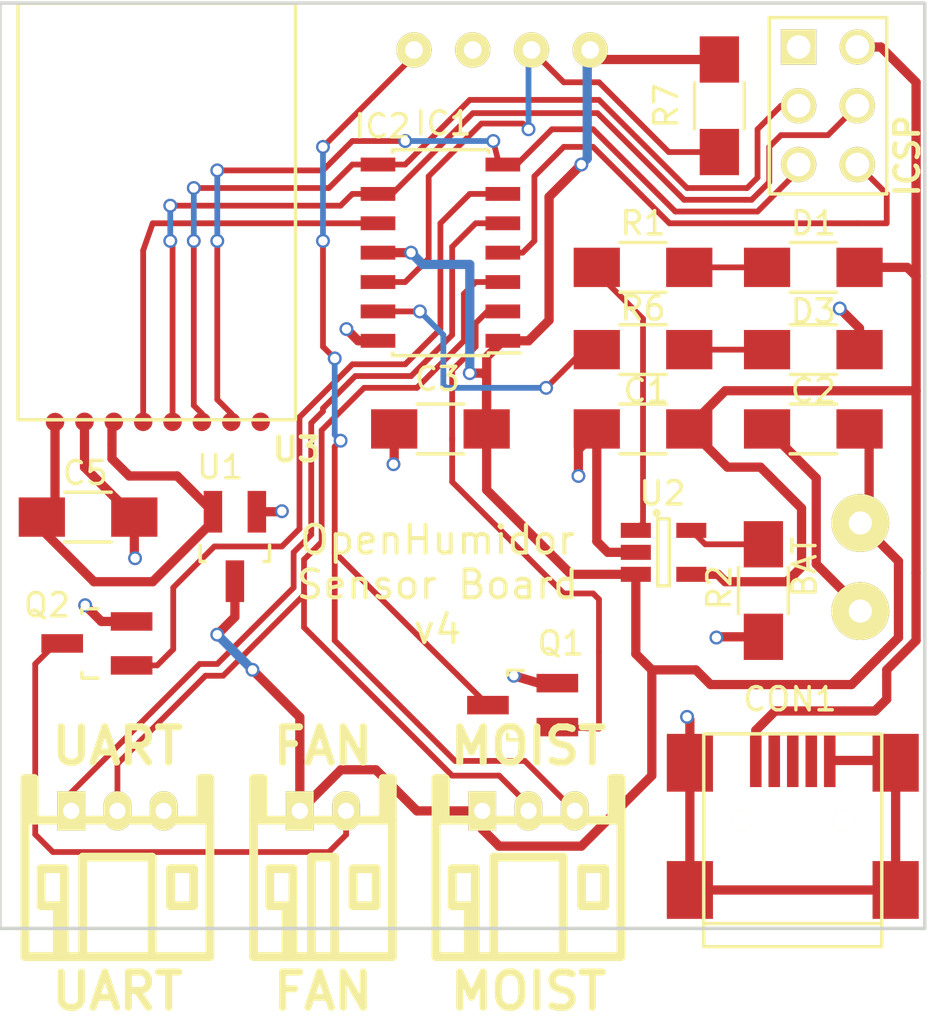
<source format=kicad_pcb>
(kicad_pcb (version 4) (host pcbnew 0.201512031508+6343~38~ubuntu14.04.1-stable)

  (general
    (links 59)
    (no_connects 12)
    (area 125.814999 58.161999 166.1458 102.56454)
    (thickness 1.6)
    (drawings 5)
    (tracks 337)
    (zones 0)
    (modules 23)
    (nets 27)
  )

  (page A4)
  (layers
    (0 F.Cu signal)
    (31 B.Cu signal)
    (32 B.Adhes user)
    (33 F.Adhes user)
    (34 B.Paste user)
    (35 F.Paste user)
    (36 B.SilkS user hide)
    (37 F.SilkS user)
    (38 B.Mask user hide)
    (39 F.Mask user hide)
    (40 Dwgs.User user)
    (41 Cmts.User user hide)
    (42 Eco1.User user hide)
    (43 Eco2.User user hide)
    (44 Edge.Cuts user hide)
    (45 Margin user hide)
    (46 B.CrtYd user hide)
    (47 F.CrtYd user hide)
    (48 B.Fab user hide)
    (49 F.Fab user hide)
  )

  (setup
    (last_trace_width 0.25)
    (trace_clearance 0.2)
    (zone_clearance 0.508)
    (zone_45_only yes)
    (trace_min 0.2)
    (segment_width 0.2)
    (edge_width 0.15)
    (via_size 0.6)
    (via_drill 0.4)
    (via_min_size 0.4)
    (via_min_drill 0.3)
    (uvia_size 0.3)
    (uvia_drill 0.1)
    (uvias_allowed no)
    (uvia_min_size 0.2)
    (uvia_min_drill 0.1)
    (pcb_text_width 0.3)
    (pcb_text_size 1.5 1.5)
    (mod_edge_width 0.15)
    (mod_text_size 1 1)
    (mod_text_width 0.15)
    (pad_size 1.524 1.524)
    (pad_drill 0.762)
    (pad_to_mask_clearance 0.2)
    (aux_axis_origin 125.89 98.425)
    (grid_origin 125.763 98.425)
    (visible_elements FFFFEE7F)
    (pcbplotparams
      (layerselection 0x00020_00000000)
      (usegerberextensions false)
      (excludeedgelayer true)
      (linewidth 0.150000)
      (plotframeref false)
      (viasonmask false)
      (mode 1)
      (useauxorigin true)
      (hpglpennumber 1)
      (hpglpenspeed 20)
      (hpglpendiameter 15)
      (hpglpenoverlay 2)
      (psnegative false)
      (psa4output false)
      (plotreference true)
      (plotvalue true)
      (plotinvisibletext false)
      (padsonsilk false)
      (subtractmaskfromsilk false)
      (outputformat 1)
      (mirror false)
      (drillshape 0)
      (scaleselection 1)
      (outputdirectory gerber/))
  )

  (net 0 "")
  (net 1 +5V)
  (net 2 BAT-)
  (net 3 +3V3)
  (net 4 BAT+)
  (net 5 "Net-(D1-Pad2)")
  (net 6 "Net-(D3-Pad1)")
  (net 7 DATA_HYGRO)
  (net 8 UART_RX)
  (net 9 RESET)
  (net 10 SWITCH_FAN)
  (net 11 MISO)
  (net 12 MOSI)
  (net 13 SCK)
  (net 14 NRF_CSN)
  (net 15 SWITCH_MOIST)
  (net 16 "Net-(IC1-Pad13)")
  (net 17 "Net-(IC2-Pad3)")
  (net 18 "Net-(IC2-Pad4)")
  (net 19 "Net-(P5-Pad2)")
  (net 20 "Net-(U3-Pad8)")
  (net 21 "Net-(CON1-Pad2)")
  (net 22 "Net-(CON1-Pad3)")
  (net 23 "Net-(CON1-Pad4)")
  (net 24 UART_TX)
  (net 25 "Net-(R1-Pad1)")
  (net 26 "Net-(R2-Pad2)")

  (net_class Default "This is the default net class."
    (clearance 0.2)
    (trace_width 0.25)
    (via_dia 0.6)
    (via_drill 0.4)
    (uvia_dia 0.3)
    (uvia_drill 0.1)
    (add_net DATA_HYGRO)
    (add_net MISO)
    (add_net MOSI)
    (add_net NRF_CSN)
    (add_net "Net-(CON1-Pad2)")
    (add_net "Net-(CON1-Pad3)")
    (add_net "Net-(CON1-Pad4)")
    (add_net "Net-(D1-Pad2)")
    (add_net "Net-(D3-Pad1)")
    (add_net "Net-(IC1-Pad13)")
    (add_net "Net-(IC2-Pad3)")
    (add_net "Net-(IC2-Pad4)")
    (add_net "Net-(P5-Pad2)")
    (add_net "Net-(R1-Pad1)")
    (add_net "Net-(R2-Pad2)")
    (add_net "Net-(U3-Pad8)")
    (add_net RESET)
    (add_net SCK)
    (add_net SWITCH_FAN)
    (add_net SWITCH_MOIST)
    (add_net UART_RX)
    (add_net UART_TX)
  )

  (net_class Power ""
    (clearance 0.2)
    (trace_width 0.4)
    (via_dia 0.6)
    (via_drill 0.4)
    (uvia_dia 0.3)
    (uvia_drill 0.1)
    (add_net +3V3)
    (add_net +5V)
    (add_net BAT+)
    (add_net BAT-)
  )

  (module Resistors_SMD:R_1206_HandSoldering (layer F.Cu) (tedit 55E6FF53) (tstamp 55BE8431)
    (at 153.703 76.835)
    (descr "Resistor SMD 1206, hand soldering")
    (tags "resistor 1206")
    (path /55A89876)
    (attr smd)
    (fp_text reference C1 (at 0.127 -1.651) (layer F.SilkS)
      (effects (font (size 1 1) (thickness 0.15)))
    )
    (fp_text value 4.7uF (at 0 2.3) (layer F.Fab)
      (effects (font (size 1 1) (thickness 0.15)))
    )
    (fp_line (start -3.3 -1.2) (end 3.3 -1.2) (layer F.CrtYd) (width 0.05))
    (fp_line (start -3.3 1.2) (end 3.3 1.2) (layer F.CrtYd) (width 0.05))
    (fp_line (start -3.3 -1.2) (end -3.3 1.2) (layer F.CrtYd) (width 0.05))
    (fp_line (start 3.3 -1.2) (end 3.3 1.2) (layer F.CrtYd) (width 0.05))
    (fp_line (start 1 1.075) (end -1 1.075) (layer F.SilkS) (width 0.15))
    (fp_line (start -1 -1.075) (end 1 -1.075) (layer F.SilkS) (width 0.15))
    (pad 1 smd rect (at -2 0) (size 2 1.7) (layers F.Cu F.Paste F.Mask)
      (net 2 BAT-))
    (pad 2 smd rect (at 2 0) (size 2 1.7) (layers F.Cu F.Paste F.Mask)
      (net 1 +5V))
    (model Resistors_SMD.3dshapes/R_1206_HandSoldering.wrl
      (at (xyz 0 0 0))
      (scale (xyz 1 1 1))
      (rotate (xyz 0 0 0))
    )
  )

  (module Resistors_SMD:R_1206_HandSoldering (layer F.Cu) (tedit 55E7036D) (tstamp 55BE843D)
    (at 144.94 76.835 180)
    (descr "Resistor SMD 1206, hand soldering")
    (tags "resistor 1206")
    (path /55A6135F)
    (attr smd)
    (fp_text reference C3 (at 0.127 2.159 180) (layer F.SilkS)
      (effects (font (size 1 1) (thickness 0.15)))
    )
    (fp_text value 100uF (at 0 2.3 180) (layer F.Fab)
      (effects (font (size 1 1) (thickness 0.15)))
    )
    (fp_line (start -3.3 -1.2) (end 3.3 -1.2) (layer F.CrtYd) (width 0.05))
    (fp_line (start -3.3 1.2) (end 3.3 1.2) (layer F.CrtYd) (width 0.05))
    (fp_line (start -3.3 -1.2) (end -3.3 1.2) (layer F.CrtYd) (width 0.05))
    (fp_line (start 3.3 -1.2) (end 3.3 1.2) (layer F.CrtYd) (width 0.05))
    (fp_line (start 1 1.075) (end -1 1.075) (layer F.SilkS) (width 0.15))
    (fp_line (start -1 -1.075) (end 1 -1.075) (layer F.SilkS) (width 0.15))
    (pad 1 smd rect (at -2 0 180) (size 2 1.7) (layers F.Cu F.Paste F.Mask)
      (net 4 BAT+))
    (pad 2 smd rect (at 2 0 180) (size 2 1.7) (layers F.Cu F.Paste F.Mask)
      (net 2 BAT-))
    (model Resistors_SMD.3dshapes/R_1206_HandSoldering.wrl
      (at (xyz 0 0 0))
      (scale (xyz 1 1 1))
      (rotate (xyz 0 0 0))
    )
  )

  (module Resistors_SMD:R_1206_HandSoldering (layer F.Cu) (tedit 55E7034E) (tstamp 55BE8449)
    (at 129.7 80.645 180)
    (descr "Resistor SMD 1206, hand soldering")
    (tags "resistor 1206")
    (path /55A60C33)
    (attr smd)
    (fp_text reference C5 (at 0.127 1.905 180) (layer F.SilkS)
      (effects (font (size 1 1) (thickness 0.15)))
    )
    (fp_text value 100uF (at 0 2.3 180) (layer F.Fab)
      (effects (font (size 1 1) (thickness 0.15)))
    )
    (fp_line (start -3.3 -1.2) (end 3.3 -1.2) (layer F.CrtYd) (width 0.05))
    (fp_line (start -3.3 1.2) (end 3.3 1.2) (layer F.CrtYd) (width 0.05))
    (fp_line (start -3.3 -1.2) (end -3.3 1.2) (layer F.CrtYd) (width 0.05))
    (fp_line (start 3.3 -1.2) (end 3.3 1.2) (layer F.CrtYd) (width 0.05))
    (fp_line (start 1 1.075) (end -1 1.075) (layer F.SilkS) (width 0.15))
    (fp_line (start -1 -1.075) (end 1 -1.075) (layer F.SilkS) (width 0.15))
    (pad 1 smd rect (at -2 0 180) (size 2 1.7) (layers F.Cu F.Paste F.Mask)
      (net 2 BAT-))
    (pad 2 smd rect (at 2 0 180) (size 2 1.7) (layers F.Cu F.Paste F.Mask)
      (net 3 +3V3))
    (model Resistors_SMD.3dshapes/R_1206_HandSoldering.wrl
      (at (xyz 0 0 0))
      (scale (xyz 1 1 1))
      (rotate (xyz 0 0 0))
    )
  )

  (module Resistors_SMD:R_1206_HandSoldering (layer F.Cu) (tedit 55E6FF6D) (tstamp 55BE844F)
    (at 161.069 69.85 180)
    (descr "Resistor SMD 1206, hand soldering")
    (tags "resistor 1206")
    (path /55E70003)
    (attr smd)
    (fp_text reference D1 (at 0 1.905 180) (layer F.SilkS)
      (effects (font (size 1 1) (thickness 0.15)))
    )
    (fp_text value "LED RED" (at 0 2.3 180) (layer F.Fab)
      (effects (font (size 1 1) (thickness 0.15)))
    )
    (fp_line (start -3.3 -1.2) (end 3.3 -1.2) (layer F.CrtYd) (width 0.05))
    (fp_line (start -3.3 1.2) (end 3.3 1.2) (layer F.CrtYd) (width 0.05))
    (fp_line (start -3.3 -1.2) (end -3.3 1.2) (layer F.CrtYd) (width 0.05))
    (fp_line (start 3.3 -1.2) (end 3.3 1.2) (layer F.CrtYd) (width 0.05))
    (fp_line (start 1 1.075) (end -1 1.075) (layer F.SilkS) (width 0.15))
    (fp_line (start -1 -1.075) (end 1 -1.075) (layer F.SilkS) (width 0.15))
    (pad 1 smd rect (at -2 0 180) (size 2 1.7) (layers F.Cu F.Paste F.Mask)
      (net 1 +5V))
    (pad 2 smd rect (at 2 0 180) (size 2 1.7) (layers F.Cu F.Paste F.Mask)
      (net 5 "Net-(D1-Pad2)"))
    (model Resistors_SMD.3dshapes/R_1206_HandSoldering.wrl
      (at (xyz 0 0 0))
      (scale (xyz 1 1 1))
      (rotate (xyz 0 0 0))
    )
  )

  (module Resistors_SMD:R_1206_HandSoldering (layer F.Cu) (tedit 55E6FF6A) (tstamp 55BE845B)
    (at 161.069 73.406)
    (descr "Resistor SMD 1206, hand soldering")
    (tags "resistor 1206")
    (path /55A57FB5)
    (attr smd)
    (fp_text reference D3 (at 0 -1.651) (layer F.SilkS)
      (effects (font (size 1 1) (thickness 0.15)))
    )
    (fp_text value "LED GREEN" (at 0 2.3) (layer F.Fab)
      (effects (font (size 1 1) (thickness 0.15)))
    )
    (fp_line (start -3.3 -1.2) (end 3.3 -1.2) (layer F.CrtYd) (width 0.05))
    (fp_line (start -3.3 1.2) (end 3.3 1.2) (layer F.CrtYd) (width 0.05))
    (fp_line (start -3.3 -1.2) (end -3.3 1.2) (layer F.CrtYd) (width 0.05))
    (fp_line (start 3.3 -1.2) (end 3.3 1.2) (layer F.CrtYd) (width 0.05))
    (fp_line (start 1 1.075) (end -1 1.075) (layer F.SilkS) (width 0.15))
    (fp_line (start -1 -1.075) (end 1 -1.075) (layer F.SilkS) (width 0.15))
    (pad 1 smd rect (at -2 0) (size 2 1.7) (layers F.Cu F.Paste F.Mask)
      (net 6 "Net-(D3-Pad1)"))
    (pad 2 smd rect (at 2 0) (size 2 1.7) (layers F.Cu F.Paste F.Mask)
      (net 2 BAT-))
    (model Resistors_SMD.3dshapes/R_1206_HandSoldering.wrl
      (at (xyz 0 0 0))
      (scale (xyz 1 1 1))
      (rotate (xyz 0 0 0))
    )
  )

  (module Housings_SOIC:SOIC-14_3.9x8.7mm_Pitch1.27mm (layer F.Cu) (tedit 55E6FF94) (tstamp 55BE846D)
    (at 144.94 69.215 180)
    (descr "14-Lead Plastic Small Outline (SL) - Narrow, 3.90 mm Body [SOIC] (see Microchip Packaging Specification 00000049BS.pdf)")
    (tags "SOIC 1.27")
    (path /55BE7E82)
    (attr smd)
    (fp_text reference IC1 (at -0.127 5.588 180) (layer F.SilkS)
      (effects (font (size 1 1) (thickness 0.15)))
    )
    (fp_text value ATTINY84A-SS (at 0 5.375 180) (layer F.Fab)
      (effects (font (size 1 1) (thickness 0.15)))
    )
    (fp_line (start -3.7 -4.65) (end -3.7 4.65) (layer F.CrtYd) (width 0.05))
    (fp_line (start 3.7 -4.65) (end 3.7 4.65) (layer F.CrtYd) (width 0.05))
    (fp_line (start -3.7 -4.65) (end 3.7 -4.65) (layer F.CrtYd) (width 0.05))
    (fp_line (start -3.7 4.65) (end 3.7 4.65) (layer F.CrtYd) (width 0.05))
    (fp_line (start -2.075 -4.45) (end -2.075 -4.335) (layer F.SilkS) (width 0.15))
    (fp_line (start 2.075 -4.45) (end 2.075 -4.335) (layer F.SilkS) (width 0.15))
    (fp_line (start 2.075 4.45) (end 2.075 4.335) (layer F.SilkS) (width 0.15))
    (fp_line (start -2.075 4.45) (end -2.075 4.335) (layer F.SilkS) (width 0.15))
    (fp_line (start -2.075 -4.45) (end 2.075 -4.45) (layer F.SilkS) (width 0.15))
    (fp_line (start -2.075 4.45) (end 2.075 4.45) (layer F.SilkS) (width 0.15))
    (fp_line (start -2.075 -4.335) (end -3.45 -4.335) (layer F.SilkS) (width 0.15))
    (pad 1 smd rect (at -2.7 -3.81 180) (size 1.5 0.6) (layers F.Cu F.Paste F.Mask)
      (net 4 BAT+))
    (pad 2 smd rect (at -2.7 -2.54 180) (size 1.5 0.6) (layers F.Cu F.Paste F.Mask)
      (net 15 SWITCH_MOIST))
    (pad 3 smd rect (at -2.7 -1.27 180) (size 1.5 0.6) (layers F.Cu F.Paste F.Mask)
      (net 24 UART_TX))
    (pad 4 smd rect (at -2.7 0 180) (size 1.5 0.6) (layers F.Cu F.Paste F.Mask)
      (net 9 RESET))
    (pad 5 smd rect (at -2.7 1.27 180) (size 1.5 0.6) (layers F.Cu F.Paste F.Mask)
      (net 8 UART_RX))
    (pad 6 smd rect (at -2.7 2.54 180) (size 1.5 0.6) (layers F.Cu F.Paste F.Mask)
      (net 10 SWITCH_FAN))
    (pad 7 smd rect (at -2.7 3.81 180) (size 1.5 0.6) (layers F.Cu F.Paste F.Mask)
      (net 11 MISO))
    (pad 8 smd rect (at 2.7 3.81 180) (size 1.5 0.6) (layers F.Cu F.Paste F.Mask)
      (net 12 MOSI))
    (pad 9 smd rect (at 2.7 2.54 180) (size 1.5 0.6) (layers F.Cu F.Paste F.Mask)
      (net 13 SCK))
    (pad 10 smd rect (at 2.7 1.27 180) (size 1.5 0.6) (layers F.Cu F.Paste F.Mask)
      (net 14 NRF_CSN))
    (pad 11 smd rect (at 2.7 0 180) (size 1.5 0.6) (layers F.Cu F.Paste F.Mask)
      (net 4 BAT+))
    (pad 12 smd rect (at 2.7 -1.27 180) (size 1.5 0.6) (layers F.Cu F.Paste F.Mask)
      (net 7 DATA_HYGRO))
    (pad 13 smd rect (at 2.7 -2.54 180) (size 1.5 0.6) (layers F.Cu F.Paste F.Mask)
      (net 16 "Net-(IC1-Pad13)"))
    (pad 14 smd rect (at 2.7 -3.81 180) (size 1.5 0.6) (layers F.Cu F.Paste F.Mask)
      (net 2 BAT-))
    (model Housings_SOIC.3dshapes/SOIC-14_3.9x8.7mm_Pitch1.27mm.wrl
      (at (xyz 0 0 0))
      (scale (xyz 1 1 1))
      (rotate (xyz 0 0 0))
    )
  )

  (module ownprints:2x3_pin_header (layer F.Cu) (tedit 55E70393) (tstamp 55BE847F)
    (at 161.704 64.135 270)
    (descr "Footprint for Chinese nRF24L01+ module")
    (tags CONN)
    (path /55A5EFF2)
    (fp_text reference ICSP (at 0.889 -3.429 270) (layer F.SilkS)
      (effects (font (size 1.016 1.016) (thickness 0.2032)))
    )
    (fp_text value ICSP (at 2.54 3.81 270) (layer F.SilkS) hide
      (effects (font (size 1.016 1.016) (thickness 0.2032)))
    )
    (fp_line (start -5.08 -2.54) (end -5.08 2.54) (layer F.SilkS) (width 0.15))
    (fp_line (start -5.08 2.54) (end 2.54 2.54) (layer F.SilkS) (width 0.15))
    (fp_line (start 2.54 2.54) (end 2.54 -2.54) (layer F.SilkS) (width 0.15))
    (fp_line (start 2.54 -2.54) (end -5.08 -2.54) (layer F.SilkS) (width 0.15))
    (pad 1 thru_hole rect (at -3.81 1.27 270) (size 1.524 1.524) (drill 1.016) (layers *.Cu *.Mask F.SilkS)
      (net 2 BAT-))
    (pad 2 thru_hole circle (at -3.81 -1.27 270) (size 1.524 1.524) (drill 1.016) (layers *.Cu *.Mask F.SilkS)
      (net 1 +5V))
    (pad 3 thru_hole circle (at -1.27 1.27 270) (size 1.524 1.524) (drill 1.016) (layers *.Cu *.Mask F.SilkS)
      (net 12 MOSI))
    (pad 4 thru_hole circle (at -1.27 -1.27 270) (size 1.524 1.524) (drill 1.016) (layers *.Cu *.Mask F.SilkS)
      (net 13 SCK))
    (pad 5 thru_hole circle (at 1.27 1.27 270) (size 1.524 1.524) (drill 1.016) (layers *.Cu *.Mask F.SilkS)
      (net 11 MISO))
    (pad 6 thru_hole circle (at 1.27 -1.27 270) (size 1.524 1.524) (drill 1.016) (layers *.Cu *.Mask F.SilkS)
      (net 9 RESET))
    (model pin_array/pins_array_4x2.wrl
      (at (xyz 0 0 0))
      (scale (xyz 1 1 1))
      (rotate (xyz 0 0 0))
    )
  )

  (module w_conn_jst-ph:s3b-ph-kl (layer F.Cu) (tedit 55E703E0) (tstamp 55BE848C)
    (at 130.97 93.345)
    (descr "JST PH series connector, S3B-PH-KL")
    (path /55A59468)
    (fp_text reference UART (at 0 -2.79908) (layer F.SilkS)
      (effects (font (thickness 0.3048)))
    )
    (fp_text value UART (at 0 7.80034) (layer F.SilkS)
      (effects (font (thickness 0.3048)))
    )
    (fp_line (start -2.30124 4.09956) (end -2.30124 6.2992) (layer F.SilkS) (width 0.381))
    (fp_line (start -2.30124 6.2992) (end -2.60096 6.2992) (layer F.SilkS) (width 0.381))
    (fp_line (start -2.60096 6.2992) (end -2.60096 4.09956) (layer F.SilkS) (width 0.381))
    (fp_line (start -4.0005 0.39878) (end 4.0005 0.39878) (layer F.SilkS) (width 0.381))
    (fp_line (start -1.50114 1.99898) (end 1.50114 1.99898) (layer F.SilkS) (width 0.381))
    (fp_line (start -4.0005 6.2992) (end 4.0005 6.2992) (layer F.SilkS) (width 0.381))
    (fp_line (start 1.4986 1.99898) (end 1.4986 6.2992) (layer F.SilkS) (width 0.381))
    (fp_line (start -1.50114 1.99898) (end -1.50114 6.2992) (layer F.SilkS) (width 0.381))
    (fp_line (start 2.29616 4.09956) (end 2.29616 2.49936) (layer F.SilkS) (width 0.381))
    (fp_line (start 3.29692 4.09956) (end 2.29616 4.09956) (layer F.SilkS) (width 0.381))
    (fp_line (start 3.29692 2.49936) (end 3.29692 4.09956) (layer F.SilkS) (width 0.381))
    (fp_line (start 2.29616 2.49936) (end 3.29692 2.49936) (layer F.SilkS) (width 0.381))
    (fp_line (start -3.302 2.49936) (end -2.30124 2.49936) (layer F.SilkS) (width 0.381))
    (fp_line (start -2.30124 2.49936) (end -2.30124 4.09956) (layer F.SilkS) (width 0.381))
    (fp_line (start -2.30124 4.09956) (end -3.302 4.09956) (layer F.SilkS) (width 0.381))
    (fp_line (start -3.302 4.09956) (end -3.302 2.49936) (layer F.SilkS) (width 0.381))
    (fp_line (start 3.79984 -1.39954) (end 3.79984 0.39878) (layer F.SilkS) (width 0.381))
    (fp_line (start -3.79984 -1.39954) (end -3.79984 0.39878) (layer F.SilkS) (width 0.381))
    (fp_line (start 4.0005 6.2992) (end 4.0005 -1.39954) (layer F.SilkS) (width 0.381))
    (fp_line (start 4.0005 -1.39954) (end 3.60172 -1.39954) (layer F.SilkS) (width 0.381))
    (fp_line (start 3.60172 -1.39954) (end 3.60172 0.39878) (layer F.SilkS) (width 0.381))
    (fp_line (start -3.60172 0.39878) (end -3.60172 -1.39954) (layer F.SilkS) (width 0.381))
    (fp_line (start -3.60172 -1.39954) (end -4.0005 -1.39954) (layer F.SilkS) (width 0.381))
    (fp_line (start -4.0005 -1.39954) (end -4.0005 6.2992) (layer F.SilkS) (width 0.381))
    (pad 1 thru_hole rect (at -1.99898 0) (size 1.19888 1.69926) (drill 0.70104) (layers *.Cu *.Mask F.SilkS)
      (net 8 UART_RX))
    (pad 2 thru_hole oval (at 0 0) (size 1.19888 1.69926) (drill 0.70104) (layers *.Cu *.Mask F.SilkS)
      (net 24 UART_TX))
    (pad 3 thru_hole oval (at 1.99898 0) (size 1.19888 1.69926) (drill 0.70104) (layers *.Cu *.Mask F.SilkS)
      (net 2 BAT-))
    (model walter/conn_jst-ph/s3b-ph-kl.wrl
      (at (xyz 0 0 0))
      (scale (xyz 1 1 1))
      (rotate (xyz 0 0 0))
    )
  )

  (module w_conn_jst-ph:s3b-ph-kl (layer F.Cu) (tedit 55E703D3) (tstamp 55BE8493)
    (at 148.75 93.345)
    (descr "JST PH series connector, S3B-PH-KL")
    (path /55A58A35)
    (fp_text reference MOIST (at 0 -2.79908) (layer F.SilkS)
      (effects (font (thickness 0.3048)))
    )
    (fp_text value MOIST (at 0 7.80034) (layer F.SilkS)
      (effects (font (thickness 0.3048)))
    )
    (fp_line (start -2.30124 4.09956) (end -2.30124 6.2992) (layer F.SilkS) (width 0.381))
    (fp_line (start -2.30124 6.2992) (end -2.60096 6.2992) (layer F.SilkS) (width 0.381))
    (fp_line (start -2.60096 6.2992) (end -2.60096 4.09956) (layer F.SilkS) (width 0.381))
    (fp_line (start -4.0005 0.39878) (end 4.0005 0.39878) (layer F.SilkS) (width 0.381))
    (fp_line (start -1.50114 1.99898) (end 1.50114 1.99898) (layer F.SilkS) (width 0.381))
    (fp_line (start -4.0005 6.2992) (end 4.0005 6.2992) (layer F.SilkS) (width 0.381))
    (fp_line (start 1.4986 1.99898) (end 1.4986 6.2992) (layer F.SilkS) (width 0.381))
    (fp_line (start -1.50114 1.99898) (end -1.50114 6.2992) (layer F.SilkS) (width 0.381))
    (fp_line (start 2.29616 4.09956) (end 2.29616 2.49936) (layer F.SilkS) (width 0.381))
    (fp_line (start 3.29692 4.09956) (end 2.29616 4.09956) (layer F.SilkS) (width 0.381))
    (fp_line (start 3.29692 2.49936) (end 3.29692 4.09956) (layer F.SilkS) (width 0.381))
    (fp_line (start 2.29616 2.49936) (end 3.29692 2.49936) (layer F.SilkS) (width 0.381))
    (fp_line (start -3.302 2.49936) (end -2.30124 2.49936) (layer F.SilkS) (width 0.381))
    (fp_line (start -2.30124 2.49936) (end -2.30124 4.09956) (layer F.SilkS) (width 0.381))
    (fp_line (start -2.30124 4.09956) (end -3.302 4.09956) (layer F.SilkS) (width 0.381))
    (fp_line (start -3.302 4.09956) (end -3.302 2.49936) (layer F.SilkS) (width 0.381))
    (fp_line (start 3.79984 -1.39954) (end 3.79984 0.39878) (layer F.SilkS) (width 0.381))
    (fp_line (start -3.79984 -1.39954) (end -3.79984 0.39878) (layer F.SilkS) (width 0.381))
    (fp_line (start 4.0005 6.2992) (end 4.0005 -1.39954) (layer F.SilkS) (width 0.381))
    (fp_line (start 4.0005 -1.39954) (end 3.60172 -1.39954) (layer F.SilkS) (width 0.381))
    (fp_line (start 3.60172 -1.39954) (end 3.60172 0.39878) (layer F.SilkS) (width 0.381))
    (fp_line (start -3.60172 0.39878) (end -3.60172 -1.39954) (layer F.SilkS) (width 0.381))
    (fp_line (start -3.60172 -1.39954) (end -4.0005 -1.39954) (layer F.SilkS) (width 0.381))
    (fp_line (start -4.0005 -1.39954) (end -4.0005 6.2992) (layer F.SilkS) (width 0.381))
    (pad 1 thru_hole rect (at -1.99898 0) (size 1.19888 1.69926) (drill 0.70104) (layers *.Cu *.Mask F.SilkS)
      (net 4 BAT+))
    (pad 2 thru_hole oval (at 0 0) (size 1.19888 1.69926) (drill 0.70104) (layers *.Cu *.Mask F.SilkS)
      (net 24 UART_TX))
    (pad 3 thru_hole oval (at 1.99898 0) (size 1.19888 1.69926) (drill 0.70104) (layers *.Cu *.Mask F.SilkS)
      (net 18 "Net-(IC2-Pad4)"))
    (model walter/conn_jst-ph/s3b-ph-kl.wrl
      (at (xyz 0 0 0))
      (scale (xyz 1 1 1))
      (rotate (xyz 0 0 0))
    )
  )

  (module w_conn_jst-ph:s2b-ph-kl (layer F.Cu) (tedit 55E703D9) (tstamp 55BE8499)
    (at 139.86 93.345)
    (descr "JST PH series connector, S2B-PH-KL")
    (path /55BE8E71)
    (fp_text reference FAN (at 0 -2.79908) (layer F.SilkS)
      (effects (font (thickness 0.3048)))
    )
    (fp_text value FAN (at 0 7.80034) (layer F.SilkS)
      (effects (font (thickness 0.3048)))
    )
    (fp_line (start -1.30048 4.09956) (end -1.30048 6.2992) (layer F.SilkS) (width 0.381))
    (fp_line (start -1.30048 6.2992) (end -1.6002 6.2992) (layer F.SilkS) (width 0.381))
    (fp_line (start -1.6002 6.2992) (end -1.6002 4.09956) (layer F.SilkS) (width 0.381))
    (fp_line (start 0.50038 1.99898) (end 0.50038 6.2992) (layer F.SilkS) (width 0.381))
    (fp_line (start -0.50038 1.99898) (end -0.50038 6.2992) (layer F.SilkS) (width 0.381))
    (fp_line (start 0.50038 1.99898) (end -0.50038 1.99898) (layer F.SilkS) (width 0.381))
    (fp_line (start 1.29794 4.09956) (end 1.29794 2.49936) (layer F.SilkS) (width 0.381))
    (fp_line (start 2.2987 4.09956) (end 1.29794 4.09956) (layer F.SilkS) (width 0.381))
    (fp_line (start 2.2987 2.49936) (end 2.2987 4.09956) (layer F.SilkS) (width 0.381))
    (fp_line (start 1.29794 2.49936) (end 2.2987 2.49936) (layer F.SilkS) (width 0.381))
    (fp_line (start -2.30124 2.49936) (end -1.30048 2.49936) (layer F.SilkS) (width 0.381))
    (fp_line (start -1.30048 2.49936) (end -1.30048 4.09956) (layer F.SilkS) (width 0.381))
    (fp_line (start -1.30048 4.09956) (end -2.30124 4.09956) (layer F.SilkS) (width 0.381))
    (fp_line (start -2.30124 4.09956) (end -2.30124 2.49936) (layer F.SilkS) (width 0.381))
    (fp_line (start 2.99974 0.39878) (end -2.99974 0.39878) (layer F.SilkS) (width 0.381))
    (fp_line (start 2.79908 -1.39954) (end 2.79908 0.39878) (layer F.SilkS) (width 0.381))
    (fp_line (start -2.79908 -1.39954) (end -2.79908 0.39878) (layer F.SilkS) (width 0.381))
    (fp_line (start -2.99974 6.2992) (end 2.99974 6.2992) (layer F.SilkS) (width 0.381))
    (fp_line (start 2.99974 6.2992) (end 2.99974 -1.39954) (layer F.SilkS) (width 0.381))
    (fp_line (start 2.99974 -1.39954) (end 2.60096 -1.39954) (layer F.SilkS) (width 0.381))
    (fp_line (start 2.60096 -1.39954) (end 2.60096 0.39878) (layer F.SilkS) (width 0.381))
    (fp_line (start -2.60096 0.39878) (end -2.60096 -1.39954) (layer F.SilkS) (width 0.381))
    (fp_line (start -2.60096 -1.39954) (end -2.99974 -1.39954) (layer F.SilkS) (width 0.381))
    (fp_line (start -2.99974 -1.39954) (end -2.99974 6.2992) (layer F.SilkS) (width 0.381))
    (pad 1 thru_hole rect (at -1.00076 0) (size 1.19888 1.69926) (drill 0.70104) (layers *.Cu *.Mask F.SilkS)
      (net 4 BAT+))
    (pad 2 thru_hole oval (at 1.00076 0) (size 1.19888 1.69926) (drill 0.70104) (layers *.Cu *.Mask F.SilkS)
      (net 19 "Net-(P5-Pad2)"))
    (model walter/conn_jst-ph/s2b-ph-kl.wrl
      (at (xyz 0 0 0))
      (scale (xyz 1 1 1))
      (rotate (xyz 0 0 0))
    )
  )

  (module Housings_SOT-23_SOT-143_TSOT-6:SOT-23_Handsoldering (layer F.Cu) (tedit 55E7037A) (tstamp 55BE84A6)
    (at 148.496 88.773 90)
    (descr "SOT-23, Handsoldering")
    (tags SOT-23)
    (path /55A5899A)
    (attr smd)
    (fp_text reference Q1 (at 2.667 1.651 180) (layer F.SilkS)
      (effects (font (size 1 1) (thickness 0.15)))
    )
    (fp_text value Q_NPN_BEC (at 0 3.81 90) (layer F.Fab)
      (effects (font (size 1 1) (thickness 0.15)))
    )
    (fp_line (start -1.49982 0.0508) (end -1.49982 -0.65024) (layer F.SilkS) (width 0.15))
    (fp_line (start -1.49982 -0.65024) (end -1.2509 -0.65024) (layer F.SilkS) (width 0.15))
    (fp_line (start 1.29916 -0.65024) (end 1.49982 -0.65024) (layer F.SilkS) (width 0.15))
    (fp_line (start 1.49982 -0.65024) (end 1.49982 0.0508) (layer F.SilkS) (width 0.15))
    (pad 1 smd rect (at -0.95 1.50114 90) (size 0.8001 1.80086) (layers F.Cu F.Paste F.Mask)
      (net 15 SWITCH_MOIST))
    (pad 2 smd rect (at 0.95 1.50114 90) (size 0.8001 1.80086) (layers F.Cu F.Paste F.Mask)
      (net 2 BAT-))
    (pad 3 smd rect (at 0 -1.50114 90) (size 0.8001 1.80086) (layers F.Cu F.Paste F.Mask)
      (net 18 "Net-(IC2-Pad4)"))
    (model Housings_SOT-23_SOT-143_TSOT-6.3dshapes/SOT-23_Handsoldering.wrl
      (at (xyz 0 0 0))
      (scale (xyz 1 1 1))
      (rotate (xyz 0 0 0))
    )
  )

  (module Housings_SOT-23_SOT-143_TSOT-6:SOT-23_Handsoldering (layer F.Cu) (tedit 55E70353) (tstamp 55BE84AD)
    (at 130.081 86.106 90)
    (descr "SOT-23, Handsoldering")
    (tags SOT-23)
    (path /55A580FB)
    (attr smd)
    (fp_text reference Q2 (at 1.651 -2.159 180) (layer F.SilkS)
      (effects (font (size 1 1) (thickness 0.15)))
    )
    (fp_text value Q_NPN_BEC (at 0 3.81 90) (layer F.Fab)
      (effects (font (size 1 1) (thickness 0.15)))
    )
    (fp_line (start -1.49982 0.0508) (end -1.49982 -0.65024) (layer F.SilkS) (width 0.15))
    (fp_line (start -1.49982 -0.65024) (end -1.2509 -0.65024) (layer F.SilkS) (width 0.15))
    (fp_line (start 1.29916 -0.65024) (end 1.49982 -0.65024) (layer F.SilkS) (width 0.15))
    (fp_line (start 1.49982 -0.65024) (end 1.49982 0.0508) (layer F.SilkS) (width 0.15))
    (pad 1 smd rect (at -0.95 1.50114 90) (size 0.8001 1.80086) (layers F.Cu F.Paste F.Mask)
      (net 10 SWITCH_FAN))
    (pad 2 smd rect (at 0.95 1.50114 90) (size 0.8001 1.80086) (layers F.Cu F.Paste F.Mask)
      (net 2 BAT-))
    (pad 3 smd rect (at 0 -1.50114 90) (size 0.8001 1.80086) (layers F.Cu F.Paste F.Mask)
      (net 19 "Net-(P5-Pad2)"))
    (model Housings_SOT-23_SOT-143_TSOT-6.3dshapes/SOT-23_Handsoldering.wrl
      (at (xyz 0 0 0))
      (scale (xyz 1 1 1))
      (rotate (xyz 0 0 0))
    )
  )

  (module Resistors_SMD:R_1206_HandSoldering (layer F.Cu) (tedit 55E6FF71) (tstamp 55BE84B3)
    (at 153.703 69.85)
    (descr "Resistor SMD 1206, hand soldering")
    (tags "resistor 1206")
    (path /55E6FF19)
    (attr smd)
    (fp_text reference R1 (at 0 -1.905) (layer F.SilkS)
      (effects (font (size 1 1) (thickness 0.15)))
    )
    (fp_text value 470 (at 0 2.3) (layer F.Fab)
      (effects (font (size 1 1) (thickness 0.15)))
    )
    (fp_line (start -3.3 -1.2) (end 3.3 -1.2) (layer F.CrtYd) (width 0.05))
    (fp_line (start -3.3 1.2) (end 3.3 1.2) (layer F.CrtYd) (width 0.05))
    (fp_line (start -3.3 -1.2) (end -3.3 1.2) (layer F.CrtYd) (width 0.05))
    (fp_line (start 3.3 -1.2) (end 3.3 1.2) (layer F.CrtYd) (width 0.05))
    (fp_line (start 1 1.075) (end -1 1.075) (layer F.SilkS) (width 0.15))
    (fp_line (start -1 -1.075) (end 1 -1.075) (layer F.SilkS) (width 0.15))
    (pad 1 smd rect (at -2 0) (size 2 1.7) (layers F.Cu F.Paste F.Mask)
      (net 25 "Net-(R1-Pad1)"))
    (pad 2 smd rect (at 2 0) (size 2 1.7) (layers F.Cu F.Paste F.Mask)
      (net 5 "Net-(D1-Pad2)"))
    (model Resistors_SMD.3dshapes/R_1206_HandSoldering.wrl
      (at (xyz 0 0 0))
      (scale (xyz 1 1 1))
      (rotate (xyz 0 0 0))
    )
  )

  (module Resistors_SMD:R_1206_HandSoldering (layer F.Cu) (tedit 55E6FF7F) (tstamp 55BE84B9)
    (at 158.91 83.82 90)
    (descr "Resistor SMD 1206, hand soldering")
    (tags "resistor 1206")
    (path /55E7047C)
    (attr smd)
    (fp_text reference R2 (at 0.127 -1.905 90) (layer F.SilkS)
      (effects (font (size 1 1) (thickness 0.15)))
    )
    (fp_text value 2k (at 0 2.3 90) (layer F.Fab)
      (effects (font (size 1 1) (thickness 0.15)))
    )
    (fp_line (start -3.3 -1.2) (end 3.3 -1.2) (layer F.CrtYd) (width 0.05))
    (fp_line (start -3.3 1.2) (end 3.3 1.2) (layer F.CrtYd) (width 0.05))
    (fp_line (start -3.3 -1.2) (end -3.3 1.2) (layer F.CrtYd) (width 0.05))
    (fp_line (start 3.3 -1.2) (end 3.3 1.2) (layer F.CrtYd) (width 0.05))
    (fp_line (start 1 1.075) (end -1 1.075) (layer F.SilkS) (width 0.15))
    (fp_line (start -1 -1.075) (end 1 -1.075) (layer F.SilkS) (width 0.15))
    (pad 1 smd rect (at -2 0 90) (size 2 1.7) (layers F.Cu F.Paste F.Mask)
      (net 2 BAT-))
    (pad 2 smd rect (at 2 0 90) (size 2 1.7) (layers F.Cu F.Paste F.Mask)
      (net 26 "Net-(R2-Pad2)"))
    (model Resistors_SMD.3dshapes/R_1206_HandSoldering.wrl
      (at (xyz 0 0 0))
      (scale (xyz 1 1 1))
      (rotate (xyz 0 0 0))
    )
  )

  (module Resistors_SMD:R_1206_HandSoldering (layer F.Cu) (tedit 55E6FF58) (tstamp 55BE84C5)
    (at 153.703 73.406 180)
    (descr "Resistor SMD 1206, hand soldering")
    (tags "resistor 1206")
    (path /55A5800C)
    (attr smd)
    (fp_text reference R6 (at 0 1.778 180) (layer F.SilkS)
      (effects (font (size 1 1) (thickness 0.15)))
    )
    (fp_text value 100 (at 0 2.3 180) (layer F.Fab)
      (effects (font (size 1 1) (thickness 0.15)))
    )
    (fp_line (start -3.3 -1.2) (end 3.3 -1.2) (layer F.CrtYd) (width 0.05))
    (fp_line (start -3.3 1.2) (end 3.3 1.2) (layer F.CrtYd) (width 0.05))
    (fp_line (start -3.3 -1.2) (end -3.3 1.2) (layer F.CrtYd) (width 0.05))
    (fp_line (start 3.3 -1.2) (end 3.3 1.2) (layer F.CrtYd) (width 0.05))
    (fp_line (start 1 1.075) (end -1 1.075) (layer F.SilkS) (width 0.15))
    (fp_line (start -1 -1.075) (end 1 -1.075) (layer F.SilkS) (width 0.15))
    (pad 1 smd rect (at -2 0 180) (size 2 1.7) (layers F.Cu F.Paste F.Mask)
      (net 6 "Net-(D3-Pad1)"))
    (pad 2 smd rect (at 2 0 180) (size 2 1.7) (layers F.Cu F.Paste F.Mask)
      (net 16 "Net-(IC1-Pad13)"))
    (model Resistors_SMD.3dshapes/R_1206_HandSoldering.wrl
      (at (xyz 0 0 0))
      (scale (xyz 1 1 1))
      (rotate (xyz 0 0 0))
    )
  )

  (module Resistors_SMD:R_1206_HandSoldering (layer F.Cu) (tedit 5418A20D) (tstamp 55BE84CB)
    (at 157.005 62.865 90)
    (descr "Resistor SMD 1206, hand soldering")
    (tags "resistor 1206")
    (path /55BE3466)
    (attr smd)
    (fp_text reference R7 (at 0 -2.3 90) (layer F.SilkS)
      (effects (font (size 1 1) (thickness 0.15)))
    )
    (fp_text value 100 (at 0 2.3 90) (layer F.Fab)
      (effects (font (size 1 1) (thickness 0.15)))
    )
    (fp_line (start -3.3 -1.2) (end 3.3 -1.2) (layer F.CrtYd) (width 0.05))
    (fp_line (start -3.3 1.2) (end 3.3 1.2) (layer F.CrtYd) (width 0.05))
    (fp_line (start -3.3 -1.2) (end -3.3 1.2) (layer F.CrtYd) (width 0.05))
    (fp_line (start 3.3 -1.2) (end 3.3 1.2) (layer F.CrtYd) (width 0.05))
    (fp_line (start 1 1.075) (end -1 1.075) (layer F.SilkS) (width 0.15))
    (fp_line (start -1 -1.075) (end 1 -1.075) (layer F.SilkS) (width 0.15))
    (pad 1 smd rect (at -2 0 90) (size 2 1.7) (layers F.Cu F.Paste F.Mask)
      (net 7 DATA_HYGRO))
    (pad 2 smd rect (at 2 0 90) (size 2 1.7) (layers F.Cu F.Paste F.Mask)
      (net 4 BAT+))
    (model Resistors_SMD.3dshapes/R_1206_HandSoldering.wrl
      (at (xyz 0 0 0))
      (scale (xyz 1 1 1))
      (rotate (xyz 0 0 0))
    )
  )

  (module Housings_SOT-23_SOT-143_TSOT-6:SOT-23_Handsoldering (layer F.Cu) (tedit 55E70359) (tstamp 55BE84D2)
    (at 136.05 81.915 180)
    (descr "SOT-23, Handsoldering")
    (tags SOT-23)
    (path /55A5FDBB)
    (attr smd)
    (fp_text reference U1 (at 0.635 3.429 180) (layer F.SilkS)
      (effects (font (size 1 1) (thickness 0.15)))
    )
    (fp_text value MCP1700 (at 0 3.81 180) (layer F.Fab)
      (effects (font (size 1 1) (thickness 0.15)))
    )
    (fp_line (start -1.49982 0.0508) (end -1.49982 -0.65024) (layer F.SilkS) (width 0.15))
    (fp_line (start -1.49982 -0.65024) (end -1.2509 -0.65024) (layer F.SilkS) (width 0.15))
    (fp_line (start 1.29916 -0.65024) (end 1.49982 -0.65024) (layer F.SilkS) (width 0.15))
    (fp_line (start 1.49982 -0.65024) (end 1.49982 0.0508) (layer F.SilkS) (width 0.15))
    (pad 1 smd rect (at -0.95 1.50114 180) (size 0.8001 1.80086) (layers F.Cu F.Paste F.Mask)
      (net 2 BAT-))
    (pad 2 smd rect (at 0.95 1.50114 180) (size 0.8001 1.80086) (layers F.Cu F.Paste F.Mask)
      (net 3 +3V3))
    (pad 3 smd rect (at 0 -1.50114 180) (size 0.8001 1.80086) (layers F.Cu F.Paste F.Mask)
      (net 4 BAT+))
    (model Housings_SOT-23_SOT-143_TSOT-6.3dshapes/SOT-23_Handsoldering.wrl
      (at (xyz 0 0 0))
      (scale (xyz 1 1 1))
      (rotate (xyz 0 0 0))
    )
  )

  (module ownprints:nrf24l01_mini (layer F.Cu) (tedit 55E70366) (tstamp 55BE84EB)
    (at 130.97 67.437)
    (descr "Footprint for Chinese nRF24L01+ module")
    (tags CONN)
    (path /55BE50AD)
    (fp_text reference U3 (at 7.747 10.287) (layer F.SilkS)
      (effects (font (size 1.016 1.016) (thickness 0.2032)))
    )
    (fp_text value nRF24L01+ (at 5.4035 7.2896) (layer F.SilkS) hide
      (effects (font (size 1.016 1.016) (thickness 0.2032)))
    )
    (fp_line (start -4.3 9) (end -4.3 -9) (layer F.SilkS) (width 0.15))
    (fp_line (start -4.3 -9) (end 7.7 -9) (layer F.SilkS) (width 0.15))
    (fp_line (start 7.7 -9) (end 7.7 9) (layer F.SilkS) (width 0.15))
    (fp_line (start 7.7 9) (end -4.3 9) (layer F.SilkS) (width 0.15))
    (pad 1 smd circle (at -2.7 9.1) (size 0.8 0.8) (layers F.Cu F.Paste F.Mask)
      (net 3 +3V3))
    (pad 2 smd circle (at -1.4265 9.0896) (size 0.8 0.8) (layers F.Cu F.Paste F.Mask)
      (net 2 BAT-))
    (pad 3 smd circle (at -0.1565 9.0896) (size 0.8 0.8) (layers F.Cu F.Paste F.Mask)
      (net 3 +3V3))
    (pad 4 smd circle (at 1.1135 9.0896) (size 0.8 0.8) (layers F.Cu F.Paste F.Mask)
      (net 14 NRF_CSN))
    (pad 5 smd circle (at 2.3835 9.0896) (size 0.8 0.8) (layers F.Cu F.Paste F.Mask)
      (net 13 SCK))
    (pad 6 smd circle (at 3.6535 9.0896) (size 0.8 0.8) (layers F.Cu F.Paste F.Mask)
      (net 12 MOSI))
    (pad 7 smd circle (at 4.9235 9.0896) (size 0.8 0.8) (layers F.Cu F.Paste F.Mask)
      (net 11 MISO))
    (pad 8 smd circle (at 6.1935 9.0896) (size 0.8 0.8) (layers F.Cu F.Paste F.Mask)
      (net 20 "Net-(U3-Pad8)"))
    (model pin_array/pins_array_4x2.wrl
      (at (xyz 0 0 0))
      (scale (xyz 1 1 1))
      (rotate (xyz 0 0 0))
    )
  )

  (module Connect:USB_Mini-B (layer F.Cu) (tedit 55E70344) (tstamp 55BFCA28)
    (at 160.18 94.615 90)
    (descr "USB Mini-B 5-pin SMD connector")
    (tags "USB USB_B USB_Mini connector")
    (path /55BFFF8C)
    (attr smd)
    (fp_text reference CON1 (at 6.096 -0.127 180) (layer F.SilkS)
      (effects (font (size 1 1) (thickness 0.15)))
    )
    (fp_text value USB-MINI-B (at 0 -7.0993 90) (layer F.Fab)
      (effects (font (size 1 1) (thickness 0.15)))
    )
    (fp_line (start -4.85 -5.7) (end 4.85 -5.7) (layer F.CrtYd) (width 0.05))
    (fp_line (start 4.85 -5.7) (end 4.85 5.7) (layer F.CrtYd) (width 0.05))
    (fp_line (start 4.85 5.7) (end -4.85 5.7) (layer F.CrtYd) (width 0.05))
    (fp_line (start -4.85 5.7) (end -4.85 -5.7) (layer F.CrtYd) (width 0.05))
    (fp_line (start -3.59918 -3.85064) (end -3.59918 3.85064) (layer F.SilkS) (width 0.15))
    (fp_line (start -4.59994 -3.85064) (end -4.59994 3.85064) (layer F.SilkS) (width 0.15))
    (fp_line (start -4.59994 3.85064) (end 4.59994 3.85064) (layer F.SilkS) (width 0.15))
    (fp_line (start 4.59994 3.85064) (end 4.59994 -3.85064) (layer F.SilkS) (width 0.15))
    (fp_line (start 4.59994 -3.85064) (end -4.59994 -3.85064) (layer F.SilkS) (width 0.15))
    (pad 1 smd rect (at 3.44932 -1.6002 90) (size 2.30124 0.50038) (layers F.Cu F.Paste F.Mask)
      (net 1 +5V))
    (pad 2 smd rect (at 3.44932 -0.8001 90) (size 2.30124 0.50038) (layers F.Cu F.Paste F.Mask)
      (net 21 "Net-(CON1-Pad2)"))
    (pad 3 smd rect (at 3.44932 0 90) (size 2.30124 0.50038) (layers F.Cu F.Paste F.Mask)
      (net 22 "Net-(CON1-Pad3)"))
    (pad 4 smd rect (at 3.44932 0.8001 90) (size 2.30124 0.50038) (layers F.Cu F.Paste F.Mask)
      (net 23 "Net-(CON1-Pad4)"))
    (pad 5 smd rect (at 3.44932 1.6002 90) (size 2.30124 0.50038) (layers F.Cu F.Paste F.Mask)
      (net 2 BAT-))
    (pad 6 smd rect (at 3.35026 -4.45008 90) (size 2.49936 1.99898) (layers F.Cu F.Paste F.Mask)
      (net 2 BAT-))
    (pad 6 smd rect (at -2.14884 -4.45008 90) (size 2.49936 1.99898) (layers F.Cu F.Paste F.Mask)
      (net 2 BAT-))
    (pad 6 smd rect (at 3.35026 4.45008 90) (size 2.49936 1.99898) (layers F.Cu F.Paste F.Mask)
      (net 2 BAT-))
    (pad 6 smd rect (at -2.14884 4.45008 90) (size 2.49936 1.99898) (layers F.Cu F.Paste F.Mask)
      (net 2 BAT-))
    (pad "" np_thru_hole circle (at 0.8509 -2.19964 90) (size 0.89916 0.89916) (drill 0.89916) (layers *.Cu *.Mask F.SilkS))
    (pad "" np_thru_hole circle (at 0.8509 2.19964 90) (size 0.89916 0.89916) (drill 0.89916) (layers *.Cu *.Mask F.SilkS))
  )

  (module ownprints:solderpad2x (layer F.Cu) (tedit 55E703A1) (tstamp 55BFCC4A)
    (at 163.101 82.804 270)
    (path /55BEB026)
    (fp_text reference BAT (at 0 2.413 270) (layer F.SilkS)
      (effects (font (size 1 1) (thickness 0.15)))
    )
    (fp_text value BATTERY (at 0.635 3.81 270) (layer F.Fab)
      (effects (font (size 1 1) (thickness 0.15)))
    )
    (pad 1 thru_hole circle (at -1.905 0 270) (size 2.49936 2.49936) (drill 1.00076) (layers *.Cu *.Mask F.SilkS)
      (net 4 BAT+))
    (pad 2 thru_hole circle (at 1.905 0 270) (size 2.49936 2.49936) (drill 1.00076) (layers *.Cu *.Mask F.SilkS)
      (net 2 BAT-))
  )

  (module Resistors_SMD:R_1206_HandSoldering (layer F.Cu) (tedit 55E6FF5C) (tstamp 55E6F776)
    (at 161.069 76.835)
    (descr "Resistor SMD 1206, hand soldering")
    (tags "resistor 1206")
    (path /55E71548)
    (attr smd)
    (fp_text reference C2 (at 0 -1.651) (layer F.SilkS)
      (effects (font (size 1 1) (thickness 0.15)))
    )
    (fp_text value 4.7uF (at 0 2.3) (layer F.Fab)
      (effects (font (size 1 1) (thickness 0.15)))
    )
    (fp_line (start -3.3 -1.2) (end 3.3 -1.2) (layer F.CrtYd) (width 0.05))
    (fp_line (start -3.3 1.2) (end 3.3 1.2) (layer F.CrtYd) (width 0.05))
    (fp_line (start -3.3 -1.2) (end -3.3 1.2) (layer F.CrtYd) (width 0.05))
    (fp_line (start 3.3 -1.2) (end 3.3 1.2) (layer F.CrtYd) (width 0.05))
    (fp_line (start 1 1.075) (end -1 1.075) (layer F.SilkS) (width 0.15))
    (fp_line (start -1 -1.075) (end 1 -1.075) (layer F.SilkS) (width 0.15))
    (pad 1 smd rect (at -2 0) (size 2 1.7) (layers F.Cu F.Paste F.Mask)
      (net 2 BAT-))
    (pad 2 smd rect (at 2 0) (size 2 1.7) (layers F.Cu F.Paste F.Mask)
      (net 4 BAT+))
    (model Resistors_SMD.3dshapes/R_1206_HandSoldering.wrl
      (at (xyz 0 0 0))
      (scale (xyz 1 1 1))
      (rotate (xyz 0 0 0))
    )
  )

  (module ownprints:SOT-23-5_handsoldering (layer F.Cu) (tedit 55E6F5A6) (tstamp 55E6F777)
    (at 154.592 82.169)
    (descr "5-pin SOT23 package")
    (tags SOT-23-5)
    (path /55E6F475)
    (attr smd)
    (fp_text reference U2 (at -0.05 -2.55) (layer F.SilkS)
      (effects (font (size 1 1) (thickness 0.15)))
    )
    (fp_text value MCP73831 (at -0.05 2.35) (layer F.Fab)
      (effects (font (size 1 1) (thickness 0.15)))
    )
    (fp_line (start -1.8 -1.6) (end 1.8 -1.6) (layer F.CrtYd) (width 0.05))
    (fp_line (start 1.8 -1.6) (end 1.8 1.6) (layer F.CrtYd) (width 0.05))
    (fp_line (start 1.8 1.6) (end -1.8 1.6) (layer F.CrtYd) (width 0.05))
    (fp_line (start -1.8 1.6) (end -1.8 -1.6) (layer F.CrtYd) (width 0.05))
    (fp_circle (center -0.3 -1.7) (end -0.2 -1.7) (layer F.SilkS) (width 0.15))
    (fp_line (start 0.25 -1.45) (end -0.25 -1.45) (layer F.SilkS) (width 0.15))
    (fp_line (start 0.25 1.45) (end 0.25 -1.45) (layer F.SilkS) (width 0.15))
    (fp_line (start -0.25 1.45) (end 0.25 1.45) (layer F.SilkS) (width 0.15))
    (fp_line (start -0.25 -1.45) (end -0.25 1.45) (layer F.SilkS) (width 0.15))
    (pad 1 smd rect (at -1.2 -0.95) (size 1.3 0.65) (layers F.Cu F.Paste F.Mask)
      (net 25 "Net-(R1-Pad1)"))
    (pad 2 smd rect (at -1.2 0) (size 1.3 0.65) (layers F.Cu F.Paste F.Mask)
      (net 2 BAT-))
    (pad 3 smd rect (at -1.2 0.95) (size 1.3 0.65) (layers F.Cu F.Paste F.Mask)
      (net 4 BAT+))
    (pad 4 smd rect (at 1.2 0.95) (size 1.3 0.65) (layers F.Cu F.Paste F.Mask)
      (net 1 +5V))
    (pad 5 smd rect (at 1.2 -0.95) (size 1.3 0.65) (layers F.Cu F.Paste F.Mask)
      (net 26 "Net-(R2-Pad2)"))
    (model Housings_SOT-23_SOT-143_TSOT-6.3dshapes/SOT-23-5.wrl
      (at (xyz 0 0 0))
      (scale (xyz 0.11 0.11 0.11))
      (rotate (xyz 0 0 90))
    )
  )

  (module ownprints:DHT22 (layer F.Cu) (tedit 55BE2571) (tstamp 55E70644)
    (at 155.227 60.452 180)
    (path /55BE5D55)
    (fp_text reference IC2 (at 12.8 -3.3 180) (layer F.SilkS)
      (effects (font (size 1 1) (thickness 0.15)))
    )
    (fp_text value DHT22 (at 2.9 -18.3 180) (layer F.Fab)
      (effects (font (size 1 1) (thickness 0.15)))
    )
    (fp_circle (center 7.4 -22.6) (end 8.9 -22.6) (layer Dwgs.User) (width 0.15))
    (fp_line (start 0 -20) (end 3.5 -25.1) (layer Dwgs.User) (width 0.15))
    (fp_line (start 3.5 -25.1) (end 11.6 -25.1) (layer Dwgs.User) (width 0.15))
    (fp_line (start 11.6 -25.1) (end 15.1 -20) (layer Dwgs.User) (width 0.15))
    (fp_line (start 0 0) (end 15.1 0) (layer Dwgs.User) (width 0.15))
    (fp_line (start 15.1 0) (end 15.1 -20) (layer Dwgs.User) (width 0.15))
    (fp_line (start 15.1 -20) (end 0 -20) (layer Dwgs.User) (width 0.15))
    (fp_line (start 0 -20) (end 0 0) (layer Dwgs.User) (width 0.15))
    (pad 1 thru_hole circle (at 3.81 0 180) (size 1.524 1.524) (drill 0.762) (layers *.Cu *.Mask F.SilkS)
      (net 4 BAT+))
    (pad 2 thru_hole circle (at 6.35 0 180) (size 1.524 1.524) (drill 0.762) (layers *.Cu *.Mask F.SilkS)
      (net 7 DATA_HYGRO))
    (pad 3 thru_hole circle (at 8.89 0 180) (size 1.524 1.524) (drill 0.762) (layers *.Cu *.Mask F.SilkS)
      (net 17 "Net-(IC2-Pad3)"))
    (pad 4 thru_hole circle (at 11.43 0 180) (size 1.524 1.524) (drill 0.762) (layers *.Cu *.Mask F.SilkS)
      (net 18 "Net-(IC2-Pad4)"))
  )

  (gr_text "OpenHumidor\nSensor Board\nv4" (at 144.813 83.566) (layer F.SilkS)
    (effects (font (size 1.2 1.2) (thickness 0.175)))
  )
  (gr_line (start 125.89 58.425) (end 125.89 98.425) (angle 90) (layer Edge.Cuts) (width 0.15))
  (gr_line (start 165.89 58.425) (end 125.89 58.425) (angle 90) (layer Edge.Cuts) (width 0.15))
  (gr_line (start 165.89 98.425) (end 165.89 58.425) (angle 90) (layer Edge.Cuts) (width 0.15))
  (gr_line (start 125.89 98.425) (end 165.89 98.425) (angle 90) (layer Edge.Cuts) (width 0.15))

  (segment (start 165.514 61.849) (end 163.99 60.325) (width 0.4) (layer F.Cu) (net 1) (tstamp 55C0FEE2))
  (segment (start 165.514 70.231) (end 165.514 61.849) (width 0.4) (layer F.Cu) (net 1) (tstamp 55E6FB04))
  (segment (start 165.514 75.184) (end 165.514 70.231) (width 0.4) (layer F.Cu) (net 1) (tstamp 55E6FB21))
  (segment (start 165.514 83.058) (end 165.514 75.184) (width 0.4) (layer F.Cu) (net 1) (tstamp 55E6FB91))
  (segment (start 165.514 85.979) (end 165.514 83.058) (width 0.4) (layer F.Cu) (net 1) (tstamp 55C0FEDE))
  (segment (start 164.244 87.249) (end 165.514 85.979) (width 0.4) (layer F.Cu) (net 1) (tstamp 55C0FEDD))
  (segment (start 162.974 60.325) (end 163.99 60.325) (width 0.4) (layer F.Cu) (net 1))
  (segment (start 158.5798 89.8652) (end 159.418 89.027) (width 0.4) (layer F.Cu) (net 1) (tstamp 55C10350))
  (segment (start 159.418 89.027) (end 163.736 89.027) (width 0.4) (layer F.Cu) (net 1) (tstamp 55C10352))
  (segment (start 163.736 89.027) (end 164.244 88.519) (width 0.4) (layer F.Cu) (net 1) (tstamp 55C1035A))
  (segment (start 164.244 88.519) (end 164.244 87.503) (width 0.4) (layer F.Cu) (net 1) (tstamp 55C1035B))
  (segment (start 164.244 87.503) (end 164.244 87.249) (width 0.4) (layer F.Cu) (net 1) (tstamp 55C10341))
  (segment (start 158.5798 91.16568) (end 158.5798 89.8652) (width 0.4) (layer F.Cu) (net 1))
  (segment (start 165.133 69.85) (end 165.514 70.231) (width 0.4) (layer F.Cu) (net 1) (tstamp 55E6FB01))
  (segment (start 163.069 69.85) (end 165.133 69.85) (width 0.4) (layer F.Cu) (net 1))
  (segment (start 157.259 75.184) (end 165.514 75.184) (width 0.4) (layer F.Cu) (net 1) (tstamp 55E6FB19))
  (segment (start 155.703 76.74) (end 157.259 75.184) (width 0.4) (layer F.Cu) (net 1) (tstamp 55E6FB16))
  (segment (start 155.703 76.835) (end 155.703 76.74) (width 0.4) (layer F.Cu) (net 1))
  (segment (start 155.792 83.119) (end 156.177 83.119) (width 0.4) (layer F.Cu) (net 1))
  (segment (start 156.939 83.119) (end 157.259 83.439) (width 0.4) (layer F.Cu) (net 1) (tstamp 55E6FBD7))
  (segment (start 157.259 83.439) (end 159.926 83.439) (width 0.4) (layer F.Cu) (net 1) (tstamp 55E6FBD9))
  (segment (start 159.926 83.439) (end 160.561 82.804) (width 0.4) (layer F.Cu) (net 1) (tstamp 55E6FBDA))
  (segment (start 160.561 82.804) (end 160.561 80.264) (width 0.4) (layer F.Cu) (net 1) (tstamp 55E6FBDB))
  (segment (start 160.561 80.264) (end 158.783 78.486) (width 0.4) (layer F.Cu) (net 1) (tstamp 55E6FBDD))
  (segment (start 158.783 78.486) (end 157.354 78.486) (width 0.4) (layer F.Cu) (net 1) (tstamp 55E6FBDE))
  (segment (start 157.354 78.486) (end 155.703 76.835) (width 0.4) (layer F.Cu) (net 1) (tstamp 55E6FBE0))
  (segment (start 155.792 83.119) (end 156.939 83.119) (width 0.4) (layer F.Cu) (net 1))
  (segment (start 163.482 84.709) (end 163.228 84.709) (width 0.4) (layer F.Cu) (net 2))
  (segment (start 163.228 84.709) (end 161.196 82.677) (width 0.4) (layer F.Cu) (net 2) (tstamp 55E70831))
  (segment (start 161.196 82.677) (end 161.196 78.962) (width 0.4) (layer F.Cu) (net 2) (tstamp 55E70832))
  (segment (start 161.196 78.962) (end 159.069 76.835) (width 0.4) (layer F.Cu) (net 2) (tstamp 55E70835))
  (segment (start 142.24 73.025) (end 141.384 73.025) (width 0.4) (layer F.Cu) (net 2))
  (via (at 140.876 72.517) (size 0.6) (layers F.Cu B.Cu) (net 2))
  (segment (start 141.384 73.025) (end 140.876 72.517) (width 0.4) (layer F.Cu) (net 2) (tstamp 55C1091B))
  (segment (start 129.5435 76.5266) (end 129.5435 78.4885) (width 0.4) (layer F.Cu) (net 2))
  (segment (start 129.5435 78.4885) (end 131.7 80.645) (width 0.4) (layer F.Cu) (net 2) (tstamp 55BFD259))
  (segment (start 161.7802 91.16568) (end 164.53102 91.16568) (width 0.4) (layer F.Cu) (net 2))
  (segment (start 164.53102 91.16568) (end 164.63008 91.26474) (width 0.4) (layer F.Cu) (net 2) (tstamp 55BFD215))
  (segment (start 155.72992 96.76384) (end 155.72992 91.26474) (width 0.4) (layer F.Cu) (net 2))
  (segment (start 164.63008 96.76384) (end 155.72992 96.76384) (width 0.4) (layer F.Cu) (net 2))
  (segment (start 164.63008 96.76384) (end 164.63008 91.26474) (width 0.4) (layer F.Cu) (net 2))
  (segment (start 131.7 82.391) (end 131.732 82.423) (width 0.4) (layer F.Cu) (net 2) (tstamp 55C0FC53))
  (via (at 131.732 82.423) (size 0.6) (layers F.Cu B.Cu) (net 2))
  (segment (start 131.7 80.645) (end 131.7 82.391) (width 0.4) (layer F.Cu) (net 2))
  (segment (start 138.05914 80.41386) (end 138.082 80.391) (width 0.4) (layer F.Cu) (net 2) (tstamp 55C0FC66))
  (via (at 138.082 80.391) (size 0.6) (layers F.Cu B.Cu) (net 2))
  (segment (start 137 80.41386) (end 138.05914 80.41386) (width 0.4) (layer F.Cu) (net 2))
  (segment (start 155.72992 89.40292) (end 155.608 89.281) (width 0.4) (layer F.Cu) (net 2) (tstamp 55C0FCCF))
  (via (at 155.608 89.281) (size 0.6) (layers F.Cu B.Cu) (net 2))
  (segment (start 155.72992 91.26474) (end 155.72992 89.40292) (width 0.4) (layer F.Cu) (net 2))
  (segment (start 142.94 78.327) (end 142.908 78.359) (width 0.4) (layer F.Cu) (net 2) (tstamp 55C0FCFC))
  (via (at 142.908 78.359) (size 0.6) (layers F.Cu B.Cu) (net 2))
  (segment (start 142.94 76.835) (end 142.94 78.327) (width 0.4) (layer F.Cu) (net 2))
  (segment (start 163.069 72.485) (end 162.212 71.628) (width 0.4) (layer F.Cu) (net 2) (tstamp 55E6FB0C))
  (via (at 162.212 71.628) (size 0.6) (layers F.Cu B.Cu) (net 2))
  (segment (start 163.069 73.406) (end 163.069 72.485) (width 0.4) (layer F.Cu) (net 2))
  (segment (start 152.179 82.169) (end 151.703 81.693) (width 0.4) (layer F.Cu) (net 2) (tstamp 55E6FBA5))
  (segment (start 151.703 81.693) (end 151.703 76.835) (width 0.4) (layer F.Cu) (net 2) (tstamp 55E6FBA6))
  (segment (start 153.392 82.169) (end 152.179 82.169) (width 0.4) (layer F.Cu) (net 2))
  (segment (start 159.069 76.835) (end 159.069 77.121) (width 0.4) (layer F.Cu) (net 2))
  (segment (start 158.91 85.82) (end 156.91 85.82) (width 0.4) (layer F.Cu) (net 2))
  (segment (start 156.91 85.82) (end 156.878 85.852) (width 0.4) (layer F.Cu) (net 2) (tstamp 55E6FBFF))
  (via (at 156.878 85.852) (size 0.6) (layers F.Cu B.Cu) (net 2))
  (segment (start 150.909 77.724) (end 150.909 78.867) (width 0.4) (layer F.Cu) (net 2) (tstamp 55E6FD2F))
  (via (at 150.909 78.867) (size 0.6) (layers F.Cu B.Cu) (net 2))
  (segment (start 151.703 76.93) (end 150.909 77.724) (width 0.4) (layer F.Cu) (net 2) (tstamp 55E6FD27))
  (segment (start 151.703 76.835) (end 151.703 76.93) (width 0.4) (layer F.Cu) (net 2))
  (segment (start 130.274 85.156) (end 129.573 84.455) (width 0.4) (layer F.Cu) (net 2) (tstamp 55E6FDA9))
  (via (at 129.573 84.455) (size 0.6) (layers F.Cu B.Cu) (net 2))
  (segment (start 131.58214 85.156) (end 130.274 85.156) (width 0.4) (layer F.Cu) (net 2))
  (via (at 148.115 87.503) (size 0.6) (layers F.Cu B.Cu) (net 2))
  (segment (start 149.197 87.823) (end 148.115 87.503) (width 0.4) (layer F.Cu) (net 2) (tstamp 55E6FE54) (status 10))
  (segment (start 149.99714 87.823) (end 149.197 87.823) (width 0.4) (layer F.Cu) (net 2) (status 30))
  (segment (start 128.27 76.537) (end 128.27 80.075) (width 0.4) (layer F.Cu) (net 3))
  (segment (start 128.27 80.075) (end 127.7 80.645) (width 0.4) (layer F.Cu) (net 3) (tstamp 55BFD256))
  (segment (start 130.7335 76.6066) (end 130.7335 77.5146) (width 0.4) (layer F.Cu) (net 3))
  (segment (start 130.7335 78.1225) (end 131.478 78.867) (width 0.4) (layer F.Cu) (net 3) (tstamp 55BFD235))
  (segment (start 131.478 78.867) (end 133.55314 78.867) (width 0.4) (layer F.Cu) (net 3) (tstamp 55BFD237))
  (segment (start 133.55314 78.867) (end 135.1 80.41386) (width 0.4) (layer F.Cu) (net 3) (tstamp 55BFD239))
  (segment (start 130.7335 77.5146) (end 130.7335 78.1225) (width 0.4) (layer F.Cu) (net 3))
  (segment (start 130.7335 76.6066) (end 130.8135 76.5266) (width 0.4) (layer F.Cu) (net 3) (tstamp 55BFD253))
  (segment (start 127.7 81.185) (end 127.7 80.645) (width 0.4) (layer F.Cu) (net 3) (tstamp 55C101C7))
  (segment (start 132.494 83.439) (end 129.954 83.439) (width 0.4) (layer F.Cu) (net 3) (tstamp 55C101C3))
  (segment (start 129.954 83.439) (end 127.7 81.185) (width 0.4) (layer F.Cu) (net 3) (tstamp 55C101C5))
  (segment (start 135.1 80.833) (end 132.494 83.439) (width 0.4) (layer F.Cu) (net 3) (tstamp 55C101C2))
  (segment (start 135.1 80.41386) (end 135.1 80.833) (width 0.4) (layer F.Cu) (net 3))
  (segment (start 154.084 87.249) (end 155.989 87.249) (width 0.4) (layer F.Cu) (net 4))
  (segment (start 164.752 82.55) (end 163.101 80.899) (width 0.4) (layer F.Cu) (net 4) (tstamp 55E708A0))
  (segment (start 164.752 85.852) (end 164.752 82.55) (width 0.4) (layer F.Cu) (net 4) (tstamp 55E7089E))
  (segment (start 162.72 87.884) (end 164.752 85.852) (width 0.4) (layer F.Cu) (net 4) (tstamp 55E7089A))
  (segment (start 156.624 87.884) (end 162.72 87.884) (width 0.4) (layer F.Cu) (net 4) (tstamp 55E70898))
  (segment (start 155.989 87.249) (end 156.624 87.884) (width 0.4) (layer F.Cu) (net 4) (tstamp 55E70896))
  (segment (start 154.084 91.821) (end 154.084 87.249) (width 0.4) (layer F.Cu) (net 4))
  (segment (start 151.036 94.869) (end 154.084 91.821) (width 0.4) (layer F.Cu) (net 4) (tstamp 55C102E5))
  (segment (start 147.48 94.869) (end 151.036 94.869) (width 0.4) (layer F.Cu) (net 4) (tstamp 55C102E4))
  (segment (start 146.75102 94.14002) (end 147.48 94.869) (width 0.4) (layer F.Cu) (net 4) (tstamp 55C102E0))
  (segment (start 153.392 86.557) (end 153.392 83.119) (width 0.4) (layer F.Cu) (net 4))
  (segment (start 154.084 87.249) (end 153.392 86.557) (width 0.4) (layer F.Cu) (net 4) (tstamp 55E70874))
  (segment (start 163.482 80.899) (end 163.482 77.248) (width 0.4) (layer F.Cu) (net 4))
  (segment (start 163.482 77.248) (end 163.069 76.835) (width 0.4) (layer F.Cu) (net 4) (tstamp 55E70839))
  (segment (start 151.83 60.865) (end 151.29 60.325) (width 0.4) (layer F.Cu) (net 4) (tstamp 55C0FD8A))
  (segment (start 157.005 60.865) (end 151.83 60.865) (width 0.4) (layer F.Cu) (net 4))
  (segment (start 143.924 93.345) (end 142.146 91.567) (width 0.4) (layer F.Cu) (net 4) (tstamp 55C0FDCF))
  (segment (start 142.146 91.567) (end 140.63724 91.567) (width 0.4) (layer F.Cu) (net 4) (tstamp 55C0FDD1))
  (segment (start 140.63724 91.567) (end 138.85924 93.345) (width 0.4) (layer F.Cu) (net 4) (tstamp 55C0FDD3))
  (segment (start 146.75102 93.345) (end 143.924 93.345) (width 0.4) (layer F.Cu) (net 4))
  (segment (start 138.85924 89.29624) (end 136.812 87.249) (width 0.4) (layer F.Cu) (net 4) (tstamp 55C10233))
  (via (at 136.812 87.249) (size 0.6) (layers F.Cu B.Cu) (net 4))
  (segment (start 136.812 87.249) (end 135.288 85.725) (width 0.4) (layer B.Cu) (net 4) (tstamp 55C1023B))
  (via (at 135.288 85.725) (size 0.6) (layers F.Cu B.Cu) (net 4))
  (segment (start 135.288 85.725) (end 136.05 84.963) (width 0.4) (layer F.Cu) (net 4) (tstamp 55C10240))
  (segment (start 136.05 84.963) (end 136.05 83.41614) (width 0.4) (layer F.Cu) (net 4) (tstamp 55C10241))
  (segment (start 138.85924 93.345) (end 138.85924 89.29624) (width 0.4) (layer F.Cu) (net 4))
  (segment (start 146.94 73.725) (end 147.64 73.025) (width 0.4) (layer F.Cu) (net 4) (tstamp 55C10276))
  (segment (start 146.94 74.581) (end 146.94 73.725) (width 0.4) (layer F.Cu) (net 4) (tstamp 55E6FCA4))
  (segment (start 146.94 76.835) (end 146.94 74.581) (width 0.4) (layer F.Cu) (net 4))
  (segment (start 146.75102 93.345) (end 146.75102 94.14002) (width 0.4) (layer F.Cu) (net 4))
  (segment (start 148.75 73.025) (end 149.639 72.136) (width 0.4) (layer F.Cu) (net 4) (tstamp 55E6F9DF))
  (segment (start 149.639 72.136) (end 149.639 66.802) (width 0.4) (layer F.Cu) (net 4) (tstamp 55E6F9E6))
  (segment (start 149.639 66.802) (end 151.036 65.405) (width 0.4) (layer F.Cu) (net 4) (tstamp 55E6F9EA))
  (via (at 151.036 65.405) (size 0.6) (layers F.Cu B.Cu) (net 4))
  (segment (start 151.036 65.405) (end 151.29 65.151) (width 0.4) (layer B.Cu) (net 4) (tstamp 55E6F9EE))
  (segment (start 151.29 65.151) (end 151.29 60.325) (width 0.4) (layer B.Cu) (net 4) (tstamp 55E6F9EF))
  (segment (start 147.64 73.025) (end 148.75 73.025) (width 0.4) (layer F.Cu) (net 4))
  (segment (start 150.589 83.119) (end 146.94 79.47) (width 0.4) (layer F.Cu) (net 4) (tstamp 55E6FB93))
  (segment (start 153.392 83.119) (end 150.589 83.119) (width 0.4) (layer F.Cu) (net 4))
  (segment (start 146.94 79.47) (end 146.94 76.835) (width 0.4) (layer F.Cu) (net 4) (tstamp 55E6FB95))
  (segment (start 146.94 75.152) (end 146.94 76.835) (width 0.4) (layer F.Cu) (net 4) (tstamp 55E6FC6D))
  (segment (start 146.781 74.422) (end 146.94 74.581) (width 0.4) (layer F.Cu) (net 4) (tstamp 55E6FC9F))
  (segment (start 142.24 69.215) (end 143.67 69.215) (width 0.4) (layer F.Cu) (net 4))
  (via (at 146.21 74.422) (size 0.6) (layers F.Cu B.Cu) (net 4))
  (segment (start 146.21 69.723) (end 146.21 74.422) (width 0.4) (layer B.Cu) (net 4) (tstamp 55E6FC65))
  (segment (start 144.178 69.723) (end 146.21 69.723) (width 0.4) (layer B.Cu) (net 4) (tstamp 55E6FC5F))
  (segment (start 143.67 69.215) (end 144.178 69.723) (width 0.4) (layer B.Cu) (net 4) (tstamp 55E6FC5E))
  (via (at 143.67 69.215) (size 0.6) (layers F.Cu B.Cu) (net 4))
  (segment (start 146.21 74.422) (end 146.781 74.422) (width 0.4) (layer F.Cu) (net 4))
  (segment (start 155.703 69.85) (end 159.323 69.85) (width 0.25) (layer F.Cu) (net 5))
  (segment (start 155.703 73.406) (end 159.069 73.406) (width 0.25) (layer F.Cu) (net 6))
  (segment (start 154.814 64.865) (end 151.798 61.849) (width 0.25) (layer F.Cu) (net 7) (tstamp 55C0FD8E))
  (segment (start 151.798 61.849) (end 150.274 61.849) (width 0.25) (layer F.Cu) (net 7) (tstamp 55C0FD93))
  (segment (start 150.274 61.849) (end 148.75 60.325) (width 0.25) (layer F.Cu) (net 7) (tstamp 55C0FD95))
  (segment (start 157.005 64.865) (end 154.814 64.865) (width 0.25) (layer F.Cu) (net 7))
  (segment (start 143.416 70.485) (end 144.432 69.469) (width 0.25) (layer F.Cu) (net 7) (tstamp 55C1071C))
  (segment (start 144.432 69.469) (end 144.432 65.913) (width 0.25) (layer F.Cu) (net 7) (tstamp 55C10724))
  (segment (start 144.432 65.913) (end 146.711799 63.633201) (width 0.25) (layer F.Cu) (net 7) (tstamp 55C10726))
  (segment (start 146.711799 63.633201) (end 148.502201 63.633201) (width 0.25) (layer F.Cu) (net 7) (tstamp 55C10733))
  (segment (start 148.502201 63.633201) (end 148.75 63.881) (width 0.25) (layer F.Cu) (net 7) (tstamp 55C10745))
  (via (at 148.75 63.881) (size 0.6) (layers F.Cu B.Cu) (net 7))
  (segment (start 148.75 63.881) (end 148.75 60.325) (width 0.25) (layer B.Cu) (net 7) (tstamp 55C10748))
  (segment (start 142.24 70.485) (end 143.416 70.485) (width 0.25) (layer F.Cu) (net 7))
  (segment (start 128.97102 93.345) (end 128.97102 92.54998) (width 0.25) (layer F.Cu) (net 8))
  (segment (start 139.86 75.947398) (end 141.258398 74.549) (width 0.25) (layer F.Cu) (net 8) (tstamp 55C105F4))
  (segment (start 141.258398 74.549) (end 143.67 74.549) (width 0.25) (layer F.Cu) (net 8) (tstamp 55C105F5))
  (segment (start 143.67 74.549) (end 145.448 72.771) (width 0.25) (layer F.Cu) (net 8) (tstamp 55C105F7))
  (segment (start 145.448 72.771) (end 145.448 68.961) (width 0.25) (layer F.Cu) (net 8) (tstamp 55C105F9))
  (segment (start 145.448 68.961) (end 146.464 67.945) (width 0.25) (layer F.Cu) (net 8) (tstamp 55C105FB))
  (segment (start 146.464 67.945) (end 147.64 67.945) (width 0.25) (layer F.Cu) (net 8) (tstamp 55C105FC))
  (segment (start 139.352 81.153) (end 139.352 76.581) (width 0.25) (layer F.Cu) (net 8))
  (segment (start 138.59 83.693) (end 138.59 82.169) (width 0.25) (layer F.Cu) (net 8) (tstamp 55C1021C))
  (segment (start 138.59 82.169) (end 139.352 81.407) (width 0.25) (layer F.Cu) (net 8) (tstamp 55C1021F))
  (segment (start 139.352 81.407) (end 139.352 81.153) (width 0.25) (layer F.Cu) (net 8) (tstamp 55C10221))
  (segment (start 128.97102 92.54998) (end 134.526 86.995) (width 0.25) (layer F.Cu) (net 8) (tstamp 55C101A5))
  (segment (start 134.526 86.995) (end 135.288 86.995) (width 0.25) (layer F.Cu) (net 8) (tstamp 55C101A7))
  (segment (start 135.288 86.995) (end 138.59 83.693) (width 0.25) (layer F.Cu) (net 8))
  (segment (start 139.352 76.581) (end 139.86 76.073) (width 0.25) (layer F.Cu) (net 8) (tstamp 55C105E0))
  (segment (start 139.86 76.073) (end 139.86 75.947398) (width 0.25) (layer F.Cu) (net 8))
  (segment (start 157.386 67.945) (end 154.846 67.945) (width 0.25) (layer F.Cu) (net 9))
  (segment (start 164.244 67.945) (end 164.244 66.675) (width 0.25) (layer F.Cu) (net 9))
  (segment (start 162.974 67.945) (end 164.244 67.945) (width 0.25) (layer F.Cu) (net 9) (tstamp 55C0FF3E))
  (segment (start 157.386 67.945) (end 162.974 67.945) (width 0.25) (layer F.Cu) (net 9))
  (segment (start 162.974 65.405) (end 164.244 66.675) (width 0.25) (layer F.Cu) (net 9) (tstamp 55C1005B))
  (segment (start 148.496 69.215) (end 147.64 69.215) (width 0.25) (layer F.Cu) (net 9) (tstamp 55C108B9))
  (segment (start 149.004 68.707) (end 148.496 69.215) (width 0.25) (layer F.Cu) (net 9) (tstamp 55C108B8))
  (segment (start 149.004 65.913) (end 149.004 68.707) (width 0.25) (layer F.Cu) (net 9) (tstamp 55C108B6))
  (segment (start 150.274 64.643) (end 149.004 65.913) (width 0.25) (layer F.Cu) (net 9) (tstamp 55C108B4))
  (segment (start 151.544 64.643) (end 150.274 64.643) (width 0.25) (layer F.Cu) (net 9) (tstamp 55C108B0))
  (segment (start 154.846 67.945) (end 151.544 64.643) (width 0.25) (layer F.Cu) (net 9) (tstamp 55C108AD))
  (segment (start 139.606 75.565) (end 141.13 74.041) (width 0.25) (layer F.Cu) (net 10))
  (segment (start 138.844 76.327) (end 139.606 75.565) (width 0.25) (layer F.Cu) (net 10) (tstamp 55C105CD))
  (segment (start 135.288 81.915) (end 138.082 81.915) (width 0.25) (layer F.Cu) (net 10) (tstamp 55C101D5))
  (segment (start 138.082 81.915) (end 138.844 81.153) (width 0.25) (layer F.Cu) (net 10) (tstamp 55C101D7))
  (segment (start 138.844 81.153) (end 138.844 76.327) (width 0.25) (layer F.Cu) (net 10))
  (segment (start 147.64 66.675) (end 146.21 66.675) (width 0.25) (layer F.Cu) (net 10) (tstamp 55C105F0))
  (segment (start 144.94 67.945) (end 146.21 66.675) (width 0.25) (layer F.Cu) (net 10) (tstamp 55C105EE))
  (segment (start 144.94 72.517) (end 144.94 67.945) (width 0.25) (layer F.Cu) (net 10) (tstamp 55C105EA))
  (segment (start 143.416 74.041) (end 144.94 72.517) (width 0.25) (layer F.Cu) (net 10) (tstamp 55C105E8))
  (segment (start 141.13 74.041) (end 143.416 74.041) (width 0.25) (layer F.Cu) (net 10) (tstamp 55C105E5))
  (segment (start 135.288 81.915) (end 135.161 81.915) (width 0.25) (layer F.Cu) (net 10))
  (segment (start 135.161 81.915) (end 133.383 83.693) (width 0.25) (layer F.Cu) (net 10) (tstamp 55E6FDB6))
  (segment (start 133.383 83.693) (end 133.383 86.36) (width 0.25) (layer F.Cu) (net 10) (tstamp 55E6FDB9))
  (segment (start 133.383 86.36) (end 132.687 87.056) (width 0.25) (layer F.Cu) (net 10) (tstamp 55E6FDBB))
  (segment (start 132.687 87.056) (end 131.58214 87.056) (width 0.25) (layer F.Cu) (net 10) (tstamp 55E6FDBD))
  (segment (start 160.434 65.659) (end 160.434 65.405) (width 0.25) (layer F.Cu) (net 11) (tstamp 55C0FF50))
  (segment (start 147.48 65.405) (end 147.64 65.405) (width 0.25) (layer F.Cu) (net 11) (tstamp 55C10428))
  (segment (start 143.416 64.389) (end 147.226 64.389) (width 0.25) (layer B.Cu) (net 11) (tstamp 55C10420))
  (via (at 147.226 64.389) (size 0.6) (layers F.Cu B.Cu) (net 11))
  (segment (start 147.226 64.389) (end 147.48 65.405) (width 0.25) (layer F.Cu) (net 11) (tstamp 55C10427))
  (segment (start 143.416 64.389) (end 141.13 64.389) (width 0.25) (layer F.Cu) (net 11) (tstamp 55BFD2DD))
  (segment (start 141.13 64.389) (end 139.86 65.659) (width 0.25) (layer F.Cu) (net 11) (tstamp 55BFD2DF))
  (segment (start 139.86 65.659) (end 135.288 65.659) (width 0.25) (layer F.Cu) (net 11) (tstamp 55BFD2E1))
  (via (at 135.288 65.659) (size 0.6) (layers F.Cu B.Cu) (net 11))
  (via (at 143.416 64.389) (size 0.6) (layers F.Cu B.Cu) (net 11))
  (segment (start 135.8935 76.5266) (end 135.8935 76.1705) (width 0.25) (layer F.Cu) (net 11))
  (segment (start 135.288 75.565) (end 135.8935 76.1705) (width 0.25) (layer F.Cu) (net 11) (tstamp 55C104DC))
  (via (at 135.288 68.707) (size 0.6) (layers F.Cu B.Cu) (net 11))
  (segment (start 135.288 75.565) (end 135.288 68.707) (width 0.25) (layer F.Cu) (net 11) (tstamp 55C104DE))
  (segment (start 135.288 65.913) (end 135.288 68.707) (width 0.25) (layer B.Cu) (net 11))
  (segment (start 148.242 65.405) (end 147.64 65.405) (width 0.25) (layer F.Cu) (net 11) (tstamp 55C107F0))
  (segment (start 151.544 63.881) (end 149.766 63.881) (width 0.25) (layer F.Cu) (net 11) (tstamp 55C107E7))
  (segment (start 149.766 63.881) (end 148.242 65.405) (width 0.25) (layer F.Cu) (net 11) (tstamp 55C107ED))
  (segment (start 158.656 67.437) (end 155.1 67.437) (width 0.25) (layer F.Cu) (net 11))
  (segment (start 160.434 65.659) (end 158.656 67.437) (width 0.25) (layer F.Cu) (net 11) (tstamp 55C0FF4D))
  (segment (start 155.1 67.437) (end 152.052 64.389) (width 0.25) (layer F.Cu) (net 11) (tstamp 55C0FE58))
  (segment (start 152.052 64.389) (end 151.544 63.881) (width 0.25) (layer F.Cu) (net 11))
  (segment (start 159.672 62.865) (end 160.434 62.865) (width 0.25) (layer F.Cu) (net 12) (tstamp 55C1004D))
  (segment (start 158.205998 66.421) (end 158.656 65.970998) (width 0.25) (layer F.Cu) (net 12) (tstamp 55C10046))
  (segment (start 158.656 65.970998) (end 158.656 63.881) (width 0.25) (layer F.Cu) (net 12) (tstamp 55C10048))
  (segment (start 158.656 63.881) (end 159.672 62.865) (width 0.25) (layer F.Cu) (net 12) (tstamp 55C1004B))
  (segment (start 142.24 65.405) (end 143.416 65.405) (width 0.25) (layer F.Cu) (net 12))
  (segment (start 155.608 66.421) (end 158.148 66.421) (width 0.25) (layer F.Cu) (net 12) (tstamp 55C0FE24))
  (segment (start 151.798 62.611) (end 155.608 66.421) (width 0.25) (layer F.Cu) (net 12) (tstamp 55C0FE20))
  (segment (start 146.21 62.611) (end 151.798 62.611) (width 0.25) (layer F.Cu) (net 12) (tstamp 55C0FE1A))
  (segment (start 143.416 65.405) (end 146.21 62.611) (width 0.25) (layer F.Cu) (net 12) (tstamp 55C0FE12))
  (segment (start 158.148 66.421) (end 158.205998 66.421) (width 0.25) (layer F.Cu) (net 12))
  (segment (start 140.114 66.421) (end 134.272 66.421) (width 0.25) (layer F.Cu) (net 12) (tstamp 55BFD2BC))
  (via (at 134.272 66.421) (size 0.6) (layers F.Cu B.Cu) (net 12))
  (segment (start 142.24 65.405) (end 141.13 65.405) (width 0.25) (layer F.Cu) (net 12))
  (segment (start 141.13 65.405) (end 140.114 66.421) (width 0.25) (layer F.Cu) (net 12) (tstamp 55BFD2BA))
  (segment (start 134.272 68.707) (end 134.272 66.421) (width 0.25) (layer B.Cu) (net 12) (tstamp 55C104C8))
  (via (at 134.272 68.707) (size 0.6) (layers F.Cu B.Cu) (net 12))
  (segment (start 134.272 75.819) (end 134.272 68.707) (width 0.25) (layer F.Cu) (net 12) (tstamp 55C104C4))
  (segment (start 134.6235 76.1705) (end 134.272 75.819) (width 0.25) (layer F.Cu) (net 12) (tstamp 55C104C2))
  (segment (start 134.6235 76.5266) (end 134.6235 76.1705) (width 0.25) (layer F.Cu) (net 12))
  (segment (start 142.24 66.675) (end 141.13 66.675) (width 0.25) (layer F.Cu) (net 13))
  (segment (start 133.3535 68.8045) (end 133.3535 76.5266) (width 0.25) (layer F.Cu) (net 13) (tstamp 55BFD2B7))
  (segment (start 133.256 68.707) (end 133.3535 68.8045) (width 0.25) (layer F.Cu) (net 13) (tstamp 55BFD2B6))
  (via (at 133.256 68.707) (size 0.6) (layers F.Cu B.Cu) (net 13))
  (segment (start 133.256 67.183) (end 133.256 68.707) (width 0.25) (layer B.Cu) (net 13) (tstamp 55BFD2AF))
  (via (at 133.256 67.183) (size 0.6) (layers F.Cu B.Cu) (net 13))
  (segment (start 140.622 67.183) (end 133.256 67.183) (width 0.25) (layer F.Cu) (net 13) (tstamp 55BFD2A3))
  (segment (start 141.13 66.675) (end 140.622 67.183) (width 0.25) (layer F.Cu) (net 13) (tstamp 55BFD29B))
  (segment (start 142.24 66.675) (end 142.850002 66.675) (width 0.25) (layer F.Cu) (net 13))
  (segment (start 158.148 66.929) (end 158.402 66.929) (width 0.25) (layer F.Cu) (net 13))
  (segment (start 146.341803 63.183199) (end 151.733801 63.183199) (width 0.25) (layer F.Cu) (net 13) (tstamp 55C0FE3A))
  (segment (start 151.733801 63.183199) (end 155.479602 66.929) (width 0.25) (layer F.Cu) (net 13) (tstamp 55C0FE3E))
  (segment (start 155.479602 66.929) (end 158.148 66.929) (width 0.25) (layer F.Cu) (net 13) (tstamp 55C0FE40))
  (segment (start 146.341803 63.183199) (end 142.850002 66.675) (width 0.25) (layer F.Cu) (net 13) (tstamp 55C0FE38))
  (segment (start 159.672 64.135) (end 161.704 64.135) (width 0.25) (layer F.Cu) (net 13) (tstamp 55C0FF86))
  (segment (start 159.164 64.643) (end 159.672 64.135) (width 0.25) (layer F.Cu) (net 13) (tstamp 55C0FF82))
  (segment (start 159.164 66.167) (end 159.164 64.643) (width 0.25) (layer F.Cu) (net 13) (tstamp 55C0FF7A))
  (segment (start 158.402 66.929) (end 159.164 66.167) (width 0.25) (layer F.Cu) (net 13) (tstamp 55C0FF73))
  (segment (start 162.974 62.865) (end 161.704 64.135) (width 0.25) (layer F.Cu) (net 13))
  (segment (start 142.24 67.945) (end 132.494 67.945) (width 0.25) (layer F.Cu) (net 14))
  (segment (start 132.0835 69.1175) (end 132.0835 76.5266) (width 0.25) (layer F.Cu) (net 14) (tstamp 55BFD26A))
  (segment (start 132.494 67.945) (end 132.0835 69.1175) (width 0.25) (layer F.Cu) (net 14) (tstamp 55BFD265))
  (segment (start 142.24 67.945) (end 142.654 67.945) (width 0.25) (layer F.Cu) (net 14))
  (segment (start 146.972 71.755) (end 147.64 71.755) (width 0.25) (layer F.Cu) (net 15) (tstamp 55C106FD))
  (segment (start 145.448 77.216) (end 145.448 74.295) (width 0.25) (layer F.Cu) (net 15) (tstamp 55E6FE18))
  (segment (start 145.448 77.343) (end 145.448 77.216) (width 0.25) (layer F.Cu) (net 15) (tstamp 55C106F5))
  (segment (start 145.448 74.295) (end 146.464 73.279) (width 0.25) (layer F.Cu) (net 15) (tstamp 55C106F7))
  (segment (start 146.464 73.279) (end 146.464 72.263) (width 0.25) (layer F.Cu) (net 15) (tstamp 55C106FA))
  (segment (start 146.464 72.263) (end 146.972 71.755) (width 0.25) (layer F.Cu) (net 15) (tstamp 55C106FC))
  (segment (start 145.448 79.121) (end 150.274 83.947) (width 0.25) (layer F.Cu) (net 15) (tstamp 55E6FE1A))
  (segment (start 150.274 83.947) (end 151.544 83.947) (width 0.25) (layer F.Cu) (net 15) (tstamp 55E6FE1E))
  (segment (start 151.544 83.947) (end 151.798 84.201) (width 0.25) (layer F.Cu) (net 15) (tstamp 55E6FE20))
  (segment (start 151.798 84.201) (end 151.798 86.487) (width 0.25) (layer F.Cu) (net 15) (tstamp 55E6FE21))
  (segment (start 151.798 86.487) (end 151.798 89.789) (width 0.25) (layer F.Cu) (net 15) (tstamp 55E6FE22))
  (segment (start 151.798 89.789) (end 149.99714 89.723) (width 0.25) (layer F.Cu) (net 15) (tstamp 55E6FE24) (status 20))
  (segment (start 145.448 77.216) (end 145.448 79.121) (width 0.25) (layer F.Cu) (net 15))
  (segment (start 151.163 73.406) (end 151.703 73.406) (width 0.25) (layer F.Cu) (net 16) (tstamp 55E6FCCF))
  (via (at 144.051 71.755) (size 0.6) (layers F.Cu B.Cu) (net 16))
  (segment (start 144.051 71.755) (end 145.067 72.771) (width 0.25) (layer B.Cu) (net 16) (tstamp 55E6FCC6))
  (segment (start 145.067 72.771) (end 145.067 74.93) (width 0.25) (layer B.Cu) (net 16) (tstamp 55E6FCC7))
  (segment (start 145.067 74.93) (end 145.194 75.057) (width 0.25) (layer B.Cu) (net 16) (tstamp 55E6FCC9))
  (segment (start 145.194 75.057) (end 149.512 75.057) (width 0.25) (layer B.Cu) (net 16) (tstamp 55E6FCCA))
  (via (at 149.512 75.057) (size 0.6) (layers F.Cu B.Cu) (net 16))
  (segment (start 149.512 75.057) (end 151.163 73.406) (width 0.25) (layer F.Cu) (net 16) (tstamp 55E6FCCE))
  (segment (start 142.24 71.755) (end 144.051 71.755) (width 0.25) (layer F.Cu) (net 16))
  (segment (start 150.74898 93.345) (end 150.74898 92.80398) (width 0.25) (layer B.Cu) (net 18))
  (segment (start 143.67 60.833) (end 143.67 60.325) (width 0.25) (layer F.Cu) (net 18) (tstamp 55C10531))
  (segment (start 140.368 77.597) (end 140.622 77.343) (width 0.25) (layer F.Cu) (net 18) (tstamp 55C10616))
  (via (at 140.622 77.343) (size 0.6) (layers F.Cu B.Cu) (net 18))
  (segment (start 140.622 77.343) (end 140.368 77.089) (width 0.25) (layer B.Cu) (net 18) (tstamp 55C1061C))
  (segment (start 140.368 77.089) (end 140.368 73.787) (width 0.25) (layer B.Cu) (net 18) (tstamp 55C1061D))
  (via (at 140.368 73.787) (size 0.6) (layers F.Cu B.Cu) (net 18))
  (segment (start 140.368 82.169) (end 140.368 81.153) (width 0.25) (layer F.Cu) (net 18) (tstamp 55E6FE32))
  (segment (start 143.67 60.833) (end 139.86 64.643) (width 0.25) (layer F.Cu) (net 18) (tstamp 55C10530))
  (via (at 139.86 64.643) (size 0.6) (layers F.Cu B.Cu) (net 18))
  (segment (start 139.86 64.897) (end 139.86 64.643) (width 0.25) (layer B.Cu) (net 18) (tstamp 55C10529))
  (segment (start 139.86 68.707) (end 139.86 64.897) (width 0.25) (layer B.Cu) (net 18) (tstamp 55C10528))
  (via (at 139.86 68.707) (size 0.6) (layers F.Cu B.Cu) (net 18))
  (segment (start 139.86 73.279) (end 139.86 68.707) (width 0.25) (layer F.Cu) (net 18) (tstamp 55C10521))
  (segment (start 140.368 73.787) (end 139.86 73.279) (width 0.25) (layer F.Cu) (net 18) (tstamp 55C1051B))
  (segment (start 140.368 81.153) (end 140.368 77.597) (width 0.25) (layer F.Cu) (net 18))
  (segment (start 144.051 85.852) (end 140.368 82.169) (width 0.25) (layer F.Cu) (net 18) (tstamp 55E6FE27))
  (segment (start 146.99486 88.773) (end 144.051 85.852) (width 0.25) (layer F.Cu) (net 18) (status 10))
  (segment (start 145.575 91.186) (end 148.58998 91.186) (width 0.25) (layer F.Cu) (net 18) (tstamp 55E6FE45))
  (segment (start 148.58998 91.186) (end 150.74898 93.345) (width 0.25) (layer F.Cu) (net 18) (tstamp 55E6FE4A))
  (segment (start 140.368 82.169) (end 140.368 85.979) (width 0.25) (layer F.Cu) (net 18) (tstamp 55C102A0))
  (segment (start 143.924 89.535) (end 140.368 85.979) (width 0.25) (layer F.Cu) (net 18) (tstamp 55C10299))
  (segment (start 143.924 89.535) (end 145.575 91.186) (width 0.25) (layer F.Cu) (net 18))
  (segment (start 140.86076 94.37624) (end 140.114 95.123) (width 0.25) (layer F.Cu) (net 19) (tstamp 55C0FDB7))
  (segment (start 140.114 95.123) (end 128.176 95.123) (width 0.25) (layer F.Cu) (net 19) (tstamp 55C0FDB9))
  (segment (start 128.176 95.123) (end 127.414 94.361) (width 0.25) (layer F.Cu) (net 19) (tstamp 55C0FDBA))
  (segment (start 127.414 92.202) (end 127.414 92.05214) (width 0.25) (layer F.Cu) (net 19) (tstamp 55E6FDA7))
  (segment (start 127.414 94.361) (end 127.414 92.202) (width 0.25) (layer F.Cu) (net 19) (tstamp 55C0FDBC))
  (segment (start 140.86076 93.345) (end 140.86076 94.37624) (width 0.25) (layer F.Cu) (net 19))
  (segment (start 127.414 86.995) (end 127.414 92.202) (width 0.25) (layer F.Cu) (net 19) (tstamp 55E6FDA2))
  (segment (start 128.303 86.106) (end 127.414 86.995) (width 0.25) (layer F.Cu) (net 19) (tstamp 55E6FDA0))
  (segment (start 128.57986 86.106) (end 128.303 86.106) (width 0.25) (layer F.Cu) (net 19))
  (segment (start 130.97 91.313) (end 134.78 87.503) (width 0.25) (layer F.Cu) (net 24) (tstamp 55C10224))
  (segment (start 134.78 87.503) (end 135.542 87.503) (width 0.25) (layer F.Cu) (net 24) (tstamp 55C10227))
  (segment (start 135.542 87.503) (end 139.040002 84.004998) (width 0.25) (layer F.Cu) (net 24) (tstamp 55C10229))
  (segment (start 139.040002 84.004998) (end 139.040002 83.947) (width 0.25) (layer F.Cu) (net 24) (tstamp 55C1022C))
  (segment (start 130.97 93.345) (end 130.97 91.313) (width 0.25) (layer F.Cu) (net 24))
  (segment (start 148.75 93.345) (end 149.004 93.345) (width 0.25) (layer F.Cu) (net 24))
  (segment (start 148.75 93.091) (end 148.75 93.345) (width 0.25) (layer F.Cu) (net 24) (tstamp 55C103F0))
  (segment (start 139.040002 85.413002) (end 145.448 91.821) (width 0.25) (layer F.Cu) (net 24) (tstamp 55C103EB))
  (segment (start 145.448 91.821) (end 147.48 91.821) (width 0.25) (layer F.Cu) (net 24) (tstamp 55C103EC))
  (segment (start 147.48 91.821) (end 148.75 93.091) (width 0.25) (layer F.Cu) (net 24) (tstamp 55C103EF))
  (segment (start 139.040002 83.947) (end 139.040002 85.413002) (width 0.25) (layer F.Cu) (net 24))
  (segment (start 139.802002 76.892998) (end 141.638 75.057) (width 0.25) (layer F.Cu) (net 24) (tstamp 55C10600))
  (segment (start 141.638 75.057) (end 143.924 75.057) (width 0.25) (layer F.Cu) (net 24) (tstamp 55C10602))
  (segment (start 143.924 75.057) (end 145.956 73.025) (width 0.25) (layer F.Cu) (net 24) (tstamp 55C10604))
  (segment (start 145.956 73.025) (end 145.956 70.993) (width 0.25) (layer F.Cu) (net 24) (tstamp 55C10606))
  (segment (start 145.956 70.993) (end 146.464 70.485) (width 0.25) (layer F.Cu) (net 24) (tstamp 55C10608))
  (segment (start 146.464 70.485) (end 147.64 70.485) (width 0.25) (layer F.Cu) (net 24) (tstamp 55C10609))
  (segment (start 139.802002 81.718998) (end 139.802002 81.153) (width 0.25) (layer F.Cu) (net 24) (tstamp 55C1022F))
  (segment (start 139.040002 82.480998) (end 139.802002 81.718998) (width 0.25) (layer F.Cu) (net 24) (tstamp 55C1022E))
  (segment (start 139.040002 83.947) (end 139.040002 82.480998) (width 0.25) (layer F.Cu) (net 24) (tstamp 55C103E9))
  (segment (start 139.802002 81.153) (end 139.802002 76.892998) (width 0.25) (layer F.Cu) (net 24))
  (segment (start 153.703 80.908) (end 153.392 81.219) (width 0.25) (layer F.Cu) (net 25) (tstamp 55E6FBA1))
  (segment (start 153.703 72.072) (end 153.703 80.908) (width 0.25) (layer F.Cu) (net 25) (tstamp 55E6FB9A))
  (segment (start 151.703 70.072) (end 153.703 72.072) (width 0.25) (layer F.Cu) (net 25) (tstamp 55E6FB99))
  (segment (start 151.703 69.85) (end 151.703 70.072) (width 0.25) (layer F.Cu) (net 25))
  (segment (start 156.393 81.82) (end 155.792 81.219) (width 0.25) (layer F.Cu) (net 26) (tstamp 55E6FB88))
  (segment (start 158.91 81.82) (end 156.393 81.82) (width 0.25) (layer F.Cu) (net 26))

  (zone (net 2) (net_name BAT-) (layer B.Cu) (tstamp 55C0FBF4) (hatch edge 0.508)
    (connect_pads (clearance 0.508))
    (min_thickness 0.254)
    (fill (arc_segments 16) (thermal_gap 0.508) (thermal_bridge_width 0.508))
    (polygon
      (pts
        (xy 125.89 58.293) (xy 166.022 58.293) (xy 166.022 98.425) (xy 125.89 98.425) (xy 125.89 98.171)
      )
    )
  )
)

</source>
